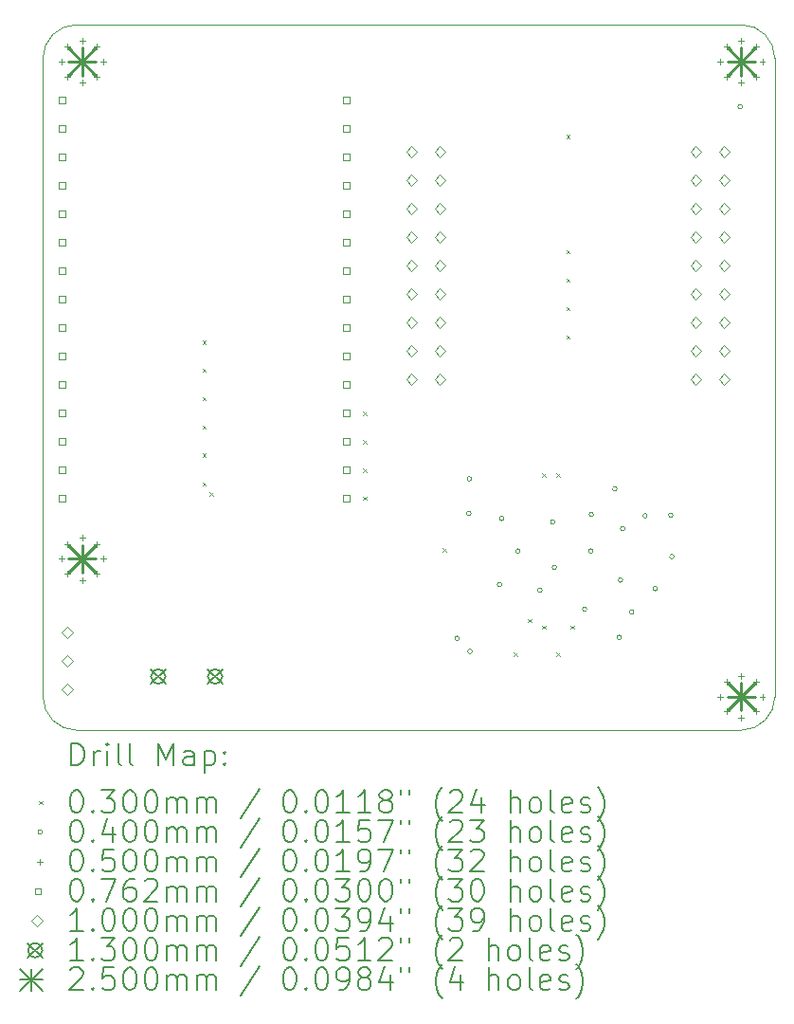
<source format=gbr>
%FSLAX45Y45*%
G04 Gerber Fmt 4.5, Leading zero omitted, Abs format (unit mm)*
G04 Created by KiCad (PCBNEW (6.0.2)) date 2022-09-28 01:38:57*
%MOMM*%
%LPD*%
G01*
G04 APERTURE LIST*
%TA.AperFunction,Profile*%
%ADD10C,0.100000*%
%TD*%
%ADD11C,0.200000*%
%ADD12C,0.030000*%
%ADD13C,0.040000*%
%ADD14C,0.050000*%
%ADD15C,0.076200*%
%ADD16C,0.100000*%
%ADD17C,0.130000*%
%ADD18C,0.250000*%
G04 APERTURE END LIST*
D10*
X9700000Y-9600000D02*
G75*
G03*
X10000000Y-9900000I300000J0D01*
G01*
X10000000Y-3600000D02*
X15940000Y-3600000D01*
X9700000Y-9600000D02*
X9700000Y-3900000D01*
X15940000Y-9900000D02*
G75*
G03*
X16240000Y-9600000I0J300000D01*
G01*
X16240000Y-3900000D02*
G75*
G03*
X15940000Y-3600000I-300000J0D01*
G01*
X16240000Y-3900000D02*
X16240000Y-9600000D01*
X15940000Y-9900000D02*
X10000000Y-9900000D01*
X10000000Y-3600000D02*
G75*
G03*
X9700000Y-3900000I0J-300000D01*
G01*
D11*
D12*
X11125000Y-6420000D02*
X11155000Y-6450000D01*
X11155000Y-6420000D02*
X11125000Y-6450000D01*
X11125000Y-6670000D02*
X11155000Y-6700000D01*
X11155000Y-6670000D02*
X11125000Y-6700000D01*
X11125000Y-6925000D02*
X11155000Y-6955000D01*
X11155000Y-6925000D02*
X11125000Y-6955000D01*
X11125000Y-7180000D02*
X11155000Y-7210000D01*
X11155000Y-7180000D02*
X11125000Y-7210000D01*
X11125000Y-7430000D02*
X11155000Y-7460000D01*
X11155000Y-7430000D02*
X11125000Y-7460000D01*
X11125000Y-7685000D02*
X11155000Y-7715000D01*
X11155000Y-7685000D02*
X11125000Y-7715000D01*
X11189951Y-7775049D02*
X11219951Y-7805049D01*
X11219951Y-7775049D02*
X11189951Y-7805049D01*
X12560000Y-7055000D02*
X12590000Y-7085000D01*
X12590000Y-7055000D02*
X12560000Y-7085000D01*
X12560000Y-7310000D02*
X12590000Y-7340000D01*
X12590000Y-7310000D02*
X12560000Y-7340000D01*
X12560000Y-7565000D02*
X12590000Y-7595000D01*
X12590000Y-7565000D02*
X12560000Y-7595000D01*
X12560000Y-7815000D02*
X12590000Y-7845000D01*
X12590000Y-7815000D02*
X12560000Y-7845000D01*
X13270000Y-8275000D02*
X13300000Y-8305000D01*
X13300000Y-8275000D02*
X13270000Y-8305000D01*
X13909000Y-9205000D02*
X13939000Y-9235000D01*
X13939000Y-9205000D02*
X13909000Y-9235000D01*
X14036000Y-8905000D02*
X14066000Y-8935000D01*
X14066000Y-8905000D02*
X14036000Y-8935000D01*
X14163000Y-7605000D02*
X14193000Y-7635000D01*
X14193000Y-7605000D02*
X14163000Y-7635000D01*
X14163000Y-8965000D02*
X14193000Y-8995000D01*
X14193000Y-8965000D02*
X14163000Y-8995000D01*
X14290000Y-7605000D02*
X14320000Y-7635000D01*
X14320000Y-7605000D02*
X14290000Y-7635000D01*
X14290000Y-9205000D02*
X14320000Y-9235000D01*
X14320000Y-9205000D02*
X14290000Y-9235000D01*
X14376000Y-4585000D02*
X14406000Y-4615000D01*
X14406000Y-4585000D02*
X14376000Y-4615000D01*
X14376000Y-5612500D02*
X14406000Y-5642500D01*
X14406000Y-5612500D02*
X14376000Y-5642500D01*
X14376000Y-5865000D02*
X14406000Y-5895000D01*
X14406000Y-5865000D02*
X14376000Y-5895000D01*
X14376000Y-6120000D02*
X14406000Y-6150000D01*
X14406000Y-6120000D02*
X14376000Y-6150000D01*
X14376000Y-6375000D02*
X14406000Y-6405000D01*
X14406000Y-6375000D02*
X14376000Y-6405000D01*
X14417000Y-8965000D02*
X14447000Y-8995000D01*
X14447000Y-8965000D02*
X14417000Y-8995000D01*
D13*
X13420000Y-9080000D02*
G75*
G03*
X13420000Y-9080000I-20000J0D01*
G01*
X13525000Y-7965000D02*
G75*
G03*
X13525000Y-7965000I-20000J0D01*
G01*
X13530000Y-7655000D02*
G75*
G03*
X13530000Y-7655000I-20000J0D01*
G01*
X13535000Y-9195000D02*
G75*
G03*
X13535000Y-9195000I-20000J0D01*
G01*
X13800000Y-8600000D02*
G75*
G03*
X13800000Y-8600000I-20000J0D01*
G01*
X13820000Y-8010000D02*
G75*
G03*
X13820000Y-8010000I-20000J0D01*
G01*
X13965000Y-8300000D02*
G75*
G03*
X13965000Y-8300000I-20000J0D01*
G01*
X14160000Y-8650000D02*
G75*
G03*
X14160000Y-8650000I-20000J0D01*
G01*
X14275000Y-8040000D02*
G75*
G03*
X14275000Y-8040000I-20000J0D01*
G01*
X14290000Y-8445000D02*
G75*
G03*
X14290000Y-8445000I-20000J0D01*
G01*
X14560000Y-8820000D02*
G75*
G03*
X14560000Y-8820000I-20000J0D01*
G01*
X14615000Y-8300000D02*
G75*
G03*
X14615000Y-8300000I-20000J0D01*
G01*
X14620000Y-7975000D02*
G75*
G03*
X14620000Y-7975000I-20000J0D01*
G01*
X14830000Y-7745000D02*
G75*
G03*
X14830000Y-7745000I-20000J0D01*
G01*
X14870000Y-9070000D02*
G75*
G03*
X14870000Y-9070000I-20000J0D01*
G01*
X14880000Y-8560000D02*
G75*
G03*
X14880000Y-8560000I-20000J0D01*
G01*
X14900000Y-8100000D02*
G75*
G03*
X14900000Y-8100000I-20000J0D01*
G01*
X14980000Y-8845000D02*
G75*
G03*
X14980000Y-8845000I-20000J0D01*
G01*
X15100000Y-7985000D02*
G75*
G03*
X15100000Y-7985000I-20000J0D01*
G01*
X15190000Y-8635000D02*
G75*
G03*
X15190000Y-8635000I-20000J0D01*
G01*
X15330000Y-7980000D02*
G75*
G03*
X15330000Y-7980000I-20000J0D01*
G01*
X15340000Y-8350000D02*
G75*
G03*
X15340000Y-8350000I-20000J0D01*
G01*
X15950000Y-4330000D02*
G75*
G03*
X15950000Y-4330000I-20000J0D01*
G01*
D14*
X9862500Y-3905000D02*
X9862500Y-3955000D01*
X9837500Y-3930000D02*
X9887500Y-3930000D01*
X9862500Y-8345000D02*
X9862500Y-8395000D01*
X9837500Y-8370000D02*
X9887500Y-8370000D01*
X9917418Y-3772417D02*
X9917418Y-3822417D01*
X9892418Y-3797417D02*
X9942418Y-3797417D01*
X9917418Y-4037582D02*
X9917418Y-4087582D01*
X9892418Y-4062582D02*
X9942418Y-4062582D01*
X9917418Y-8212417D02*
X9917418Y-8262417D01*
X9892418Y-8237417D02*
X9942418Y-8237417D01*
X9917418Y-8477583D02*
X9917418Y-8527583D01*
X9892418Y-8502583D02*
X9942418Y-8502583D01*
X10050000Y-3717500D02*
X10050000Y-3767500D01*
X10025000Y-3742500D02*
X10075000Y-3742500D01*
X10050000Y-4092500D02*
X10050000Y-4142500D01*
X10025000Y-4117500D02*
X10075000Y-4117500D01*
X10050000Y-8157500D02*
X10050000Y-8207500D01*
X10025000Y-8182500D02*
X10075000Y-8182500D01*
X10050000Y-8532500D02*
X10050000Y-8582500D01*
X10025000Y-8557500D02*
X10075000Y-8557500D01*
X10182583Y-3772417D02*
X10182583Y-3822417D01*
X10157583Y-3797417D02*
X10207583Y-3797417D01*
X10182583Y-4037582D02*
X10182583Y-4087582D01*
X10157583Y-4062582D02*
X10207583Y-4062582D01*
X10182583Y-8212417D02*
X10182583Y-8262417D01*
X10157583Y-8237417D02*
X10207583Y-8237417D01*
X10182583Y-8477583D02*
X10182583Y-8527583D01*
X10157583Y-8502583D02*
X10207583Y-8502583D01*
X10237500Y-3905000D02*
X10237500Y-3955000D01*
X10212500Y-3930000D02*
X10262500Y-3930000D01*
X10237500Y-8345000D02*
X10237500Y-8395000D01*
X10212500Y-8370000D02*
X10262500Y-8370000D01*
X15752500Y-3905000D02*
X15752500Y-3955000D01*
X15727500Y-3930000D02*
X15777500Y-3930000D01*
X15752500Y-9575000D02*
X15752500Y-9625000D01*
X15727500Y-9600000D02*
X15777500Y-9600000D01*
X15807417Y-3772417D02*
X15807417Y-3822417D01*
X15782417Y-3797417D02*
X15832417Y-3797417D01*
X15807417Y-4037582D02*
X15807417Y-4087582D01*
X15782417Y-4062582D02*
X15832417Y-4062582D01*
X15807417Y-9442418D02*
X15807417Y-9492418D01*
X15782417Y-9467418D02*
X15832417Y-9467418D01*
X15807417Y-9707583D02*
X15807417Y-9757583D01*
X15782417Y-9732583D02*
X15832417Y-9732583D01*
X15940000Y-3717500D02*
X15940000Y-3767500D01*
X15915000Y-3742500D02*
X15965000Y-3742500D01*
X15940000Y-4092500D02*
X15940000Y-4142500D01*
X15915000Y-4117500D02*
X15965000Y-4117500D01*
X15940000Y-9387500D02*
X15940000Y-9437500D01*
X15915000Y-9412500D02*
X15965000Y-9412500D01*
X15940000Y-9762500D02*
X15940000Y-9812500D01*
X15915000Y-9787500D02*
X15965000Y-9787500D01*
X16072582Y-3772417D02*
X16072582Y-3822417D01*
X16047582Y-3797417D02*
X16097582Y-3797417D01*
X16072582Y-4037582D02*
X16072582Y-4087582D01*
X16047582Y-4062582D02*
X16097582Y-4062582D01*
X16072582Y-9442418D02*
X16072582Y-9492418D01*
X16047582Y-9467418D02*
X16097582Y-9467418D01*
X16072582Y-9707583D02*
X16072582Y-9757583D01*
X16047582Y-9732583D02*
X16097582Y-9732583D01*
X16127500Y-3905000D02*
X16127500Y-3955000D01*
X16102500Y-3930000D02*
X16152500Y-3930000D01*
X16127500Y-9575000D02*
X16127500Y-9625000D01*
X16102500Y-9600000D02*
X16152500Y-9600000D01*
D15*
X9896941Y-4300941D02*
X9896941Y-4247059D01*
X9843059Y-4247059D01*
X9843059Y-4300941D01*
X9896941Y-4300941D01*
X9896941Y-4554941D02*
X9896941Y-4501059D01*
X9843059Y-4501059D01*
X9843059Y-4554941D01*
X9896941Y-4554941D01*
X9896941Y-4808941D02*
X9896941Y-4755059D01*
X9843059Y-4755059D01*
X9843059Y-4808941D01*
X9896941Y-4808941D01*
X9896941Y-5062941D02*
X9896941Y-5009059D01*
X9843059Y-5009059D01*
X9843059Y-5062941D01*
X9896941Y-5062941D01*
X9896941Y-5316941D02*
X9896941Y-5263059D01*
X9843059Y-5263059D01*
X9843059Y-5316941D01*
X9896941Y-5316941D01*
X9896941Y-5570941D02*
X9896941Y-5517059D01*
X9843059Y-5517059D01*
X9843059Y-5570941D01*
X9896941Y-5570941D01*
X9896941Y-5824941D02*
X9896941Y-5771059D01*
X9843059Y-5771059D01*
X9843059Y-5824941D01*
X9896941Y-5824941D01*
X9896941Y-6078941D02*
X9896941Y-6025059D01*
X9843059Y-6025059D01*
X9843059Y-6078941D01*
X9896941Y-6078941D01*
X9896941Y-6332941D02*
X9896941Y-6279059D01*
X9843059Y-6279059D01*
X9843059Y-6332941D01*
X9896941Y-6332941D01*
X9896941Y-6586941D02*
X9896941Y-6533059D01*
X9843059Y-6533059D01*
X9843059Y-6586941D01*
X9896941Y-6586941D01*
X9896941Y-6840941D02*
X9896941Y-6787059D01*
X9843059Y-6787059D01*
X9843059Y-6840941D01*
X9896941Y-6840941D01*
X9896941Y-7094941D02*
X9896941Y-7041059D01*
X9843059Y-7041059D01*
X9843059Y-7094941D01*
X9896941Y-7094941D01*
X9896941Y-7348941D02*
X9896941Y-7295059D01*
X9843059Y-7295059D01*
X9843059Y-7348941D01*
X9896941Y-7348941D01*
X9896941Y-7602941D02*
X9896941Y-7549059D01*
X9843059Y-7549059D01*
X9843059Y-7602941D01*
X9896941Y-7602941D01*
X9896941Y-7856941D02*
X9896941Y-7803059D01*
X9843059Y-7803059D01*
X9843059Y-7856941D01*
X9896941Y-7856941D01*
X12436941Y-4300941D02*
X12436941Y-4247059D01*
X12383059Y-4247059D01*
X12383059Y-4300941D01*
X12436941Y-4300941D01*
X12436941Y-4554941D02*
X12436941Y-4501059D01*
X12383059Y-4501059D01*
X12383059Y-4554941D01*
X12436941Y-4554941D01*
X12436941Y-4808941D02*
X12436941Y-4755059D01*
X12383059Y-4755059D01*
X12383059Y-4808941D01*
X12436941Y-4808941D01*
X12436941Y-5062941D02*
X12436941Y-5009059D01*
X12383059Y-5009059D01*
X12383059Y-5062941D01*
X12436941Y-5062941D01*
X12436941Y-5316941D02*
X12436941Y-5263059D01*
X12383059Y-5263059D01*
X12383059Y-5316941D01*
X12436941Y-5316941D01*
X12436941Y-5570941D02*
X12436941Y-5517059D01*
X12383059Y-5517059D01*
X12383059Y-5570941D01*
X12436941Y-5570941D01*
X12436941Y-5824941D02*
X12436941Y-5771059D01*
X12383059Y-5771059D01*
X12383059Y-5824941D01*
X12436941Y-5824941D01*
X12436941Y-6078941D02*
X12436941Y-6025059D01*
X12383059Y-6025059D01*
X12383059Y-6078941D01*
X12436941Y-6078941D01*
X12436941Y-6332941D02*
X12436941Y-6279059D01*
X12383059Y-6279059D01*
X12383059Y-6332941D01*
X12436941Y-6332941D01*
X12436941Y-6586941D02*
X12436941Y-6533059D01*
X12383059Y-6533059D01*
X12383059Y-6586941D01*
X12436941Y-6586941D01*
X12436941Y-6840941D02*
X12436941Y-6787059D01*
X12383059Y-6787059D01*
X12383059Y-6840941D01*
X12436941Y-6840941D01*
X12436941Y-7094941D02*
X12436941Y-7041059D01*
X12383059Y-7041059D01*
X12383059Y-7094941D01*
X12436941Y-7094941D01*
X12436941Y-7348941D02*
X12436941Y-7295059D01*
X12383059Y-7295059D01*
X12383059Y-7348941D01*
X12436941Y-7348941D01*
X12436941Y-7602941D02*
X12436941Y-7549059D01*
X12383059Y-7549059D01*
X12383059Y-7602941D01*
X12436941Y-7602941D01*
X12436941Y-7856941D02*
X12436941Y-7803059D01*
X12383059Y-7803059D01*
X12383059Y-7856941D01*
X12436941Y-7856941D01*
D16*
X9915000Y-9080000D02*
X9965000Y-9030000D01*
X9915000Y-8980000D01*
X9865000Y-9030000D01*
X9915000Y-9080000D01*
X9915000Y-9334000D02*
X9965000Y-9284000D01*
X9915000Y-9234000D01*
X9865000Y-9284000D01*
X9915000Y-9334000D01*
X9915000Y-9588000D02*
X9965000Y-9538000D01*
X9915000Y-9488000D01*
X9865000Y-9538000D01*
X9915000Y-9588000D01*
X12994000Y-4787500D02*
X13044000Y-4737500D01*
X12994000Y-4687500D01*
X12944000Y-4737500D01*
X12994000Y-4787500D01*
X12994000Y-5041500D02*
X13044000Y-4991500D01*
X12994000Y-4941500D01*
X12944000Y-4991500D01*
X12994000Y-5041500D01*
X12994000Y-5295500D02*
X13044000Y-5245500D01*
X12994000Y-5195500D01*
X12944000Y-5245500D01*
X12994000Y-5295500D01*
X12994000Y-5549500D02*
X13044000Y-5499500D01*
X12994000Y-5449500D01*
X12944000Y-5499500D01*
X12994000Y-5549500D01*
X12994000Y-5803500D02*
X13044000Y-5753500D01*
X12994000Y-5703500D01*
X12944000Y-5753500D01*
X12994000Y-5803500D01*
X12994000Y-6057500D02*
X13044000Y-6007500D01*
X12994000Y-5957500D01*
X12944000Y-6007500D01*
X12994000Y-6057500D01*
X12994000Y-6311500D02*
X13044000Y-6261500D01*
X12994000Y-6211500D01*
X12944000Y-6261500D01*
X12994000Y-6311500D01*
X12994000Y-6565500D02*
X13044000Y-6515500D01*
X12994000Y-6465500D01*
X12944000Y-6515500D01*
X12994000Y-6565500D01*
X12994000Y-6819500D02*
X13044000Y-6769500D01*
X12994000Y-6719500D01*
X12944000Y-6769500D01*
X12994000Y-6819500D01*
X13248000Y-4787500D02*
X13298000Y-4737500D01*
X13248000Y-4687500D01*
X13198000Y-4737500D01*
X13248000Y-4787500D01*
X13248000Y-5041500D02*
X13298000Y-4991500D01*
X13248000Y-4941500D01*
X13198000Y-4991500D01*
X13248000Y-5041500D01*
X13248000Y-5295500D02*
X13298000Y-5245500D01*
X13248000Y-5195500D01*
X13198000Y-5245500D01*
X13248000Y-5295500D01*
X13248000Y-5549500D02*
X13298000Y-5499500D01*
X13248000Y-5449500D01*
X13198000Y-5499500D01*
X13248000Y-5549500D01*
X13248000Y-5803500D02*
X13298000Y-5753500D01*
X13248000Y-5703500D01*
X13198000Y-5753500D01*
X13248000Y-5803500D01*
X13248000Y-6057500D02*
X13298000Y-6007500D01*
X13248000Y-5957500D01*
X13198000Y-6007500D01*
X13248000Y-6057500D01*
X13248000Y-6311500D02*
X13298000Y-6261500D01*
X13248000Y-6211500D01*
X13198000Y-6261500D01*
X13248000Y-6311500D01*
X13248000Y-6565500D02*
X13298000Y-6515500D01*
X13248000Y-6465500D01*
X13198000Y-6515500D01*
X13248000Y-6565500D01*
X13248000Y-6819500D02*
X13298000Y-6769500D01*
X13248000Y-6719500D01*
X13198000Y-6769500D01*
X13248000Y-6819500D01*
X15534000Y-4787500D02*
X15584000Y-4737500D01*
X15534000Y-4687500D01*
X15484000Y-4737500D01*
X15534000Y-4787500D01*
X15534000Y-5041500D02*
X15584000Y-4991500D01*
X15534000Y-4941500D01*
X15484000Y-4991500D01*
X15534000Y-5041500D01*
X15534000Y-5295500D02*
X15584000Y-5245500D01*
X15534000Y-5195500D01*
X15484000Y-5245500D01*
X15534000Y-5295500D01*
X15534000Y-5549500D02*
X15584000Y-5499500D01*
X15534000Y-5449500D01*
X15484000Y-5499500D01*
X15534000Y-5549500D01*
X15534000Y-5803500D02*
X15584000Y-5753500D01*
X15534000Y-5703500D01*
X15484000Y-5753500D01*
X15534000Y-5803500D01*
X15534000Y-6057500D02*
X15584000Y-6007500D01*
X15534000Y-5957500D01*
X15484000Y-6007500D01*
X15534000Y-6057500D01*
X15534000Y-6311500D02*
X15584000Y-6261500D01*
X15534000Y-6211500D01*
X15484000Y-6261500D01*
X15534000Y-6311500D01*
X15534000Y-6565500D02*
X15584000Y-6515500D01*
X15534000Y-6465500D01*
X15484000Y-6515500D01*
X15534000Y-6565500D01*
X15534000Y-6819500D02*
X15584000Y-6769500D01*
X15534000Y-6719500D01*
X15484000Y-6769500D01*
X15534000Y-6819500D01*
X15788000Y-4787500D02*
X15838000Y-4737500D01*
X15788000Y-4687500D01*
X15738000Y-4737500D01*
X15788000Y-4787500D01*
X15788000Y-5041500D02*
X15838000Y-4991500D01*
X15788000Y-4941500D01*
X15738000Y-4991500D01*
X15788000Y-5041500D01*
X15788000Y-5295500D02*
X15838000Y-5245500D01*
X15788000Y-5195500D01*
X15738000Y-5245500D01*
X15788000Y-5295500D01*
X15788000Y-5549500D02*
X15838000Y-5499500D01*
X15788000Y-5449500D01*
X15738000Y-5499500D01*
X15788000Y-5549500D01*
X15788000Y-5803500D02*
X15838000Y-5753500D01*
X15788000Y-5703500D01*
X15738000Y-5753500D01*
X15788000Y-5803500D01*
X15788000Y-6057500D02*
X15838000Y-6007500D01*
X15788000Y-5957500D01*
X15738000Y-6007500D01*
X15788000Y-6057500D01*
X15788000Y-6311500D02*
X15838000Y-6261500D01*
X15788000Y-6211500D01*
X15738000Y-6261500D01*
X15788000Y-6311500D01*
X15788000Y-6565500D02*
X15838000Y-6515500D01*
X15788000Y-6465500D01*
X15738000Y-6515500D01*
X15788000Y-6565500D01*
X15788000Y-6819500D02*
X15838000Y-6769500D01*
X15788000Y-6719500D01*
X15738000Y-6769500D01*
X15788000Y-6819500D01*
D17*
X10665000Y-9355500D02*
X10795000Y-9485500D01*
X10795000Y-9355500D02*
X10665000Y-9485500D01*
X10795000Y-9420500D02*
G75*
G03*
X10795000Y-9420500I-65000J0D01*
G01*
X11173000Y-9355500D02*
X11303000Y-9485500D01*
X11303000Y-9355500D02*
X11173000Y-9485500D01*
X11303000Y-9420500D02*
G75*
G03*
X11303000Y-9420500I-65000J0D01*
G01*
D18*
X9925000Y-3805000D02*
X10175000Y-4055000D01*
X10175000Y-3805000D02*
X9925000Y-4055000D01*
X10050000Y-3805000D02*
X10050000Y-4055000D01*
X9925000Y-3930000D02*
X10175000Y-3930000D01*
X9925000Y-8245000D02*
X10175000Y-8495000D01*
X10175000Y-8245000D02*
X9925000Y-8495000D01*
X10050000Y-8245000D02*
X10050000Y-8495000D01*
X9925000Y-8370000D02*
X10175000Y-8370000D01*
X15815000Y-3805000D02*
X16065000Y-4055000D01*
X16065000Y-3805000D02*
X15815000Y-4055000D01*
X15940000Y-3805000D02*
X15940000Y-4055000D01*
X15815000Y-3930000D02*
X16065000Y-3930000D01*
X15815000Y-9475000D02*
X16065000Y-9725000D01*
X16065000Y-9475000D02*
X15815000Y-9725000D01*
X15940000Y-9475000D02*
X15940000Y-9725000D01*
X15815000Y-9600000D02*
X16065000Y-9600000D01*
D11*
X9952619Y-10215476D02*
X9952619Y-10015476D01*
X10000238Y-10015476D01*
X10028810Y-10025000D01*
X10047857Y-10044048D01*
X10057381Y-10063095D01*
X10066905Y-10101190D01*
X10066905Y-10129762D01*
X10057381Y-10167857D01*
X10047857Y-10186905D01*
X10028810Y-10205952D01*
X10000238Y-10215476D01*
X9952619Y-10215476D01*
X10152619Y-10215476D02*
X10152619Y-10082143D01*
X10152619Y-10120238D02*
X10162143Y-10101190D01*
X10171667Y-10091667D01*
X10190714Y-10082143D01*
X10209762Y-10082143D01*
X10276429Y-10215476D02*
X10276429Y-10082143D01*
X10276429Y-10015476D02*
X10266905Y-10025000D01*
X10276429Y-10034524D01*
X10285952Y-10025000D01*
X10276429Y-10015476D01*
X10276429Y-10034524D01*
X10400238Y-10215476D02*
X10381190Y-10205952D01*
X10371667Y-10186905D01*
X10371667Y-10015476D01*
X10505000Y-10215476D02*
X10485952Y-10205952D01*
X10476429Y-10186905D01*
X10476429Y-10015476D01*
X10733571Y-10215476D02*
X10733571Y-10015476D01*
X10800238Y-10158333D01*
X10866905Y-10015476D01*
X10866905Y-10215476D01*
X11047857Y-10215476D02*
X11047857Y-10110714D01*
X11038333Y-10091667D01*
X11019286Y-10082143D01*
X10981190Y-10082143D01*
X10962143Y-10091667D01*
X11047857Y-10205952D02*
X11028810Y-10215476D01*
X10981190Y-10215476D01*
X10962143Y-10205952D01*
X10952619Y-10186905D01*
X10952619Y-10167857D01*
X10962143Y-10148810D01*
X10981190Y-10139286D01*
X11028810Y-10139286D01*
X11047857Y-10129762D01*
X11143095Y-10082143D02*
X11143095Y-10282143D01*
X11143095Y-10091667D02*
X11162143Y-10082143D01*
X11200238Y-10082143D01*
X11219286Y-10091667D01*
X11228809Y-10101190D01*
X11238333Y-10120238D01*
X11238333Y-10177381D01*
X11228809Y-10196429D01*
X11219286Y-10205952D01*
X11200238Y-10215476D01*
X11162143Y-10215476D01*
X11143095Y-10205952D01*
X11324048Y-10196429D02*
X11333571Y-10205952D01*
X11324048Y-10215476D01*
X11314524Y-10205952D01*
X11324048Y-10196429D01*
X11324048Y-10215476D01*
X11324048Y-10091667D02*
X11333571Y-10101190D01*
X11324048Y-10110714D01*
X11314524Y-10101190D01*
X11324048Y-10091667D01*
X11324048Y-10110714D01*
D12*
X9665000Y-10530000D02*
X9695000Y-10560000D01*
X9695000Y-10530000D02*
X9665000Y-10560000D01*
D11*
X9990714Y-10435476D02*
X10009762Y-10435476D01*
X10028810Y-10445000D01*
X10038333Y-10454524D01*
X10047857Y-10473571D01*
X10057381Y-10511667D01*
X10057381Y-10559286D01*
X10047857Y-10597381D01*
X10038333Y-10616429D01*
X10028810Y-10625952D01*
X10009762Y-10635476D01*
X9990714Y-10635476D01*
X9971667Y-10625952D01*
X9962143Y-10616429D01*
X9952619Y-10597381D01*
X9943095Y-10559286D01*
X9943095Y-10511667D01*
X9952619Y-10473571D01*
X9962143Y-10454524D01*
X9971667Y-10445000D01*
X9990714Y-10435476D01*
X10143095Y-10616429D02*
X10152619Y-10625952D01*
X10143095Y-10635476D01*
X10133571Y-10625952D01*
X10143095Y-10616429D01*
X10143095Y-10635476D01*
X10219286Y-10435476D02*
X10343095Y-10435476D01*
X10276429Y-10511667D01*
X10305000Y-10511667D01*
X10324048Y-10521190D01*
X10333571Y-10530714D01*
X10343095Y-10549762D01*
X10343095Y-10597381D01*
X10333571Y-10616429D01*
X10324048Y-10625952D01*
X10305000Y-10635476D01*
X10247857Y-10635476D01*
X10228810Y-10625952D01*
X10219286Y-10616429D01*
X10466905Y-10435476D02*
X10485952Y-10435476D01*
X10505000Y-10445000D01*
X10514524Y-10454524D01*
X10524048Y-10473571D01*
X10533571Y-10511667D01*
X10533571Y-10559286D01*
X10524048Y-10597381D01*
X10514524Y-10616429D01*
X10505000Y-10625952D01*
X10485952Y-10635476D01*
X10466905Y-10635476D01*
X10447857Y-10625952D01*
X10438333Y-10616429D01*
X10428810Y-10597381D01*
X10419286Y-10559286D01*
X10419286Y-10511667D01*
X10428810Y-10473571D01*
X10438333Y-10454524D01*
X10447857Y-10445000D01*
X10466905Y-10435476D01*
X10657381Y-10435476D02*
X10676429Y-10435476D01*
X10695476Y-10445000D01*
X10705000Y-10454524D01*
X10714524Y-10473571D01*
X10724048Y-10511667D01*
X10724048Y-10559286D01*
X10714524Y-10597381D01*
X10705000Y-10616429D01*
X10695476Y-10625952D01*
X10676429Y-10635476D01*
X10657381Y-10635476D01*
X10638333Y-10625952D01*
X10628810Y-10616429D01*
X10619286Y-10597381D01*
X10609762Y-10559286D01*
X10609762Y-10511667D01*
X10619286Y-10473571D01*
X10628810Y-10454524D01*
X10638333Y-10445000D01*
X10657381Y-10435476D01*
X10809762Y-10635476D02*
X10809762Y-10502143D01*
X10809762Y-10521190D02*
X10819286Y-10511667D01*
X10838333Y-10502143D01*
X10866905Y-10502143D01*
X10885952Y-10511667D01*
X10895476Y-10530714D01*
X10895476Y-10635476D01*
X10895476Y-10530714D02*
X10905000Y-10511667D01*
X10924048Y-10502143D01*
X10952619Y-10502143D01*
X10971667Y-10511667D01*
X10981190Y-10530714D01*
X10981190Y-10635476D01*
X11076429Y-10635476D02*
X11076429Y-10502143D01*
X11076429Y-10521190D02*
X11085952Y-10511667D01*
X11105000Y-10502143D01*
X11133571Y-10502143D01*
X11152619Y-10511667D01*
X11162143Y-10530714D01*
X11162143Y-10635476D01*
X11162143Y-10530714D02*
X11171667Y-10511667D01*
X11190714Y-10502143D01*
X11219286Y-10502143D01*
X11238333Y-10511667D01*
X11247857Y-10530714D01*
X11247857Y-10635476D01*
X11638333Y-10425952D02*
X11466905Y-10683095D01*
X11895476Y-10435476D02*
X11914524Y-10435476D01*
X11933571Y-10445000D01*
X11943095Y-10454524D01*
X11952619Y-10473571D01*
X11962143Y-10511667D01*
X11962143Y-10559286D01*
X11952619Y-10597381D01*
X11943095Y-10616429D01*
X11933571Y-10625952D01*
X11914524Y-10635476D01*
X11895476Y-10635476D01*
X11876428Y-10625952D01*
X11866905Y-10616429D01*
X11857381Y-10597381D01*
X11847857Y-10559286D01*
X11847857Y-10511667D01*
X11857381Y-10473571D01*
X11866905Y-10454524D01*
X11876428Y-10445000D01*
X11895476Y-10435476D01*
X12047857Y-10616429D02*
X12057381Y-10625952D01*
X12047857Y-10635476D01*
X12038333Y-10625952D01*
X12047857Y-10616429D01*
X12047857Y-10635476D01*
X12181190Y-10435476D02*
X12200238Y-10435476D01*
X12219286Y-10445000D01*
X12228809Y-10454524D01*
X12238333Y-10473571D01*
X12247857Y-10511667D01*
X12247857Y-10559286D01*
X12238333Y-10597381D01*
X12228809Y-10616429D01*
X12219286Y-10625952D01*
X12200238Y-10635476D01*
X12181190Y-10635476D01*
X12162143Y-10625952D01*
X12152619Y-10616429D01*
X12143095Y-10597381D01*
X12133571Y-10559286D01*
X12133571Y-10511667D01*
X12143095Y-10473571D01*
X12152619Y-10454524D01*
X12162143Y-10445000D01*
X12181190Y-10435476D01*
X12438333Y-10635476D02*
X12324048Y-10635476D01*
X12381190Y-10635476D02*
X12381190Y-10435476D01*
X12362143Y-10464048D01*
X12343095Y-10483095D01*
X12324048Y-10492619D01*
X12628809Y-10635476D02*
X12514524Y-10635476D01*
X12571667Y-10635476D02*
X12571667Y-10435476D01*
X12552619Y-10464048D01*
X12533571Y-10483095D01*
X12514524Y-10492619D01*
X12743095Y-10521190D02*
X12724048Y-10511667D01*
X12714524Y-10502143D01*
X12705000Y-10483095D01*
X12705000Y-10473571D01*
X12714524Y-10454524D01*
X12724048Y-10445000D01*
X12743095Y-10435476D01*
X12781190Y-10435476D01*
X12800238Y-10445000D01*
X12809762Y-10454524D01*
X12819286Y-10473571D01*
X12819286Y-10483095D01*
X12809762Y-10502143D01*
X12800238Y-10511667D01*
X12781190Y-10521190D01*
X12743095Y-10521190D01*
X12724048Y-10530714D01*
X12714524Y-10540238D01*
X12705000Y-10559286D01*
X12705000Y-10597381D01*
X12714524Y-10616429D01*
X12724048Y-10625952D01*
X12743095Y-10635476D01*
X12781190Y-10635476D01*
X12800238Y-10625952D01*
X12809762Y-10616429D01*
X12819286Y-10597381D01*
X12819286Y-10559286D01*
X12809762Y-10540238D01*
X12800238Y-10530714D01*
X12781190Y-10521190D01*
X12895476Y-10435476D02*
X12895476Y-10473571D01*
X12971667Y-10435476D02*
X12971667Y-10473571D01*
X13266905Y-10711667D02*
X13257381Y-10702143D01*
X13238333Y-10673571D01*
X13228809Y-10654524D01*
X13219286Y-10625952D01*
X13209762Y-10578333D01*
X13209762Y-10540238D01*
X13219286Y-10492619D01*
X13228809Y-10464048D01*
X13238333Y-10445000D01*
X13257381Y-10416429D01*
X13266905Y-10406905D01*
X13333571Y-10454524D02*
X13343095Y-10445000D01*
X13362143Y-10435476D01*
X13409762Y-10435476D01*
X13428809Y-10445000D01*
X13438333Y-10454524D01*
X13447857Y-10473571D01*
X13447857Y-10492619D01*
X13438333Y-10521190D01*
X13324048Y-10635476D01*
X13447857Y-10635476D01*
X13619286Y-10502143D02*
X13619286Y-10635476D01*
X13571667Y-10425952D02*
X13524048Y-10568810D01*
X13647857Y-10568810D01*
X13876428Y-10635476D02*
X13876428Y-10435476D01*
X13962143Y-10635476D02*
X13962143Y-10530714D01*
X13952619Y-10511667D01*
X13933571Y-10502143D01*
X13905000Y-10502143D01*
X13885952Y-10511667D01*
X13876428Y-10521190D01*
X14085952Y-10635476D02*
X14066905Y-10625952D01*
X14057381Y-10616429D01*
X14047857Y-10597381D01*
X14047857Y-10540238D01*
X14057381Y-10521190D01*
X14066905Y-10511667D01*
X14085952Y-10502143D01*
X14114524Y-10502143D01*
X14133571Y-10511667D01*
X14143095Y-10521190D01*
X14152619Y-10540238D01*
X14152619Y-10597381D01*
X14143095Y-10616429D01*
X14133571Y-10625952D01*
X14114524Y-10635476D01*
X14085952Y-10635476D01*
X14266905Y-10635476D02*
X14247857Y-10625952D01*
X14238333Y-10606905D01*
X14238333Y-10435476D01*
X14419286Y-10625952D02*
X14400238Y-10635476D01*
X14362143Y-10635476D01*
X14343095Y-10625952D01*
X14333571Y-10606905D01*
X14333571Y-10530714D01*
X14343095Y-10511667D01*
X14362143Y-10502143D01*
X14400238Y-10502143D01*
X14419286Y-10511667D01*
X14428809Y-10530714D01*
X14428809Y-10549762D01*
X14333571Y-10568810D01*
X14505000Y-10625952D02*
X14524048Y-10635476D01*
X14562143Y-10635476D01*
X14581190Y-10625952D01*
X14590714Y-10606905D01*
X14590714Y-10597381D01*
X14581190Y-10578333D01*
X14562143Y-10568810D01*
X14533571Y-10568810D01*
X14514524Y-10559286D01*
X14505000Y-10540238D01*
X14505000Y-10530714D01*
X14514524Y-10511667D01*
X14533571Y-10502143D01*
X14562143Y-10502143D01*
X14581190Y-10511667D01*
X14657381Y-10711667D02*
X14666905Y-10702143D01*
X14685952Y-10673571D01*
X14695476Y-10654524D01*
X14705000Y-10625952D01*
X14714524Y-10578333D01*
X14714524Y-10540238D01*
X14705000Y-10492619D01*
X14695476Y-10464048D01*
X14685952Y-10445000D01*
X14666905Y-10416429D01*
X14657381Y-10406905D01*
D13*
X9695000Y-10809000D02*
G75*
G03*
X9695000Y-10809000I-20000J0D01*
G01*
D11*
X9990714Y-10699476D02*
X10009762Y-10699476D01*
X10028810Y-10709000D01*
X10038333Y-10718524D01*
X10047857Y-10737571D01*
X10057381Y-10775667D01*
X10057381Y-10823286D01*
X10047857Y-10861381D01*
X10038333Y-10880429D01*
X10028810Y-10889952D01*
X10009762Y-10899476D01*
X9990714Y-10899476D01*
X9971667Y-10889952D01*
X9962143Y-10880429D01*
X9952619Y-10861381D01*
X9943095Y-10823286D01*
X9943095Y-10775667D01*
X9952619Y-10737571D01*
X9962143Y-10718524D01*
X9971667Y-10709000D01*
X9990714Y-10699476D01*
X10143095Y-10880429D02*
X10152619Y-10889952D01*
X10143095Y-10899476D01*
X10133571Y-10889952D01*
X10143095Y-10880429D01*
X10143095Y-10899476D01*
X10324048Y-10766143D02*
X10324048Y-10899476D01*
X10276429Y-10689952D02*
X10228810Y-10832810D01*
X10352619Y-10832810D01*
X10466905Y-10699476D02*
X10485952Y-10699476D01*
X10505000Y-10709000D01*
X10514524Y-10718524D01*
X10524048Y-10737571D01*
X10533571Y-10775667D01*
X10533571Y-10823286D01*
X10524048Y-10861381D01*
X10514524Y-10880429D01*
X10505000Y-10889952D01*
X10485952Y-10899476D01*
X10466905Y-10899476D01*
X10447857Y-10889952D01*
X10438333Y-10880429D01*
X10428810Y-10861381D01*
X10419286Y-10823286D01*
X10419286Y-10775667D01*
X10428810Y-10737571D01*
X10438333Y-10718524D01*
X10447857Y-10709000D01*
X10466905Y-10699476D01*
X10657381Y-10699476D02*
X10676429Y-10699476D01*
X10695476Y-10709000D01*
X10705000Y-10718524D01*
X10714524Y-10737571D01*
X10724048Y-10775667D01*
X10724048Y-10823286D01*
X10714524Y-10861381D01*
X10705000Y-10880429D01*
X10695476Y-10889952D01*
X10676429Y-10899476D01*
X10657381Y-10899476D01*
X10638333Y-10889952D01*
X10628810Y-10880429D01*
X10619286Y-10861381D01*
X10609762Y-10823286D01*
X10609762Y-10775667D01*
X10619286Y-10737571D01*
X10628810Y-10718524D01*
X10638333Y-10709000D01*
X10657381Y-10699476D01*
X10809762Y-10899476D02*
X10809762Y-10766143D01*
X10809762Y-10785190D02*
X10819286Y-10775667D01*
X10838333Y-10766143D01*
X10866905Y-10766143D01*
X10885952Y-10775667D01*
X10895476Y-10794714D01*
X10895476Y-10899476D01*
X10895476Y-10794714D02*
X10905000Y-10775667D01*
X10924048Y-10766143D01*
X10952619Y-10766143D01*
X10971667Y-10775667D01*
X10981190Y-10794714D01*
X10981190Y-10899476D01*
X11076429Y-10899476D02*
X11076429Y-10766143D01*
X11076429Y-10785190D02*
X11085952Y-10775667D01*
X11105000Y-10766143D01*
X11133571Y-10766143D01*
X11152619Y-10775667D01*
X11162143Y-10794714D01*
X11162143Y-10899476D01*
X11162143Y-10794714D02*
X11171667Y-10775667D01*
X11190714Y-10766143D01*
X11219286Y-10766143D01*
X11238333Y-10775667D01*
X11247857Y-10794714D01*
X11247857Y-10899476D01*
X11638333Y-10689952D02*
X11466905Y-10947095D01*
X11895476Y-10699476D02*
X11914524Y-10699476D01*
X11933571Y-10709000D01*
X11943095Y-10718524D01*
X11952619Y-10737571D01*
X11962143Y-10775667D01*
X11962143Y-10823286D01*
X11952619Y-10861381D01*
X11943095Y-10880429D01*
X11933571Y-10889952D01*
X11914524Y-10899476D01*
X11895476Y-10899476D01*
X11876428Y-10889952D01*
X11866905Y-10880429D01*
X11857381Y-10861381D01*
X11847857Y-10823286D01*
X11847857Y-10775667D01*
X11857381Y-10737571D01*
X11866905Y-10718524D01*
X11876428Y-10709000D01*
X11895476Y-10699476D01*
X12047857Y-10880429D02*
X12057381Y-10889952D01*
X12047857Y-10899476D01*
X12038333Y-10889952D01*
X12047857Y-10880429D01*
X12047857Y-10899476D01*
X12181190Y-10699476D02*
X12200238Y-10699476D01*
X12219286Y-10709000D01*
X12228809Y-10718524D01*
X12238333Y-10737571D01*
X12247857Y-10775667D01*
X12247857Y-10823286D01*
X12238333Y-10861381D01*
X12228809Y-10880429D01*
X12219286Y-10889952D01*
X12200238Y-10899476D01*
X12181190Y-10899476D01*
X12162143Y-10889952D01*
X12152619Y-10880429D01*
X12143095Y-10861381D01*
X12133571Y-10823286D01*
X12133571Y-10775667D01*
X12143095Y-10737571D01*
X12152619Y-10718524D01*
X12162143Y-10709000D01*
X12181190Y-10699476D01*
X12438333Y-10899476D02*
X12324048Y-10899476D01*
X12381190Y-10899476D02*
X12381190Y-10699476D01*
X12362143Y-10728048D01*
X12343095Y-10747095D01*
X12324048Y-10756619D01*
X12619286Y-10699476D02*
X12524048Y-10699476D01*
X12514524Y-10794714D01*
X12524048Y-10785190D01*
X12543095Y-10775667D01*
X12590714Y-10775667D01*
X12609762Y-10785190D01*
X12619286Y-10794714D01*
X12628809Y-10813762D01*
X12628809Y-10861381D01*
X12619286Y-10880429D01*
X12609762Y-10889952D01*
X12590714Y-10899476D01*
X12543095Y-10899476D01*
X12524048Y-10889952D01*
X12514524Y-10880429D01*
X12695476Y-10699476D02*
X12828809Y-10699476D01*
X12743095Y-10899476D01*
X12895476Y-10699476D02*
X12895476Y-10737571D01*
X12971667Y-10699476D02*
X12971667Y-10737571D01*
X13266905Y-10975667D02*
X13257381Y-10966143D01*
X13238333Y-10937571D01*
X13228809Y-10918524D01*
X13219286Y-10889952D01*
X13209762Y-10842333D01*
X13209762Y-10804238D01*
X13219286Y-10756619D01*
X13228809Y-10728048D01*
X13238333Y-10709000D01*
X13257381Y-10680429D01*
X13266905Y-10670905D01*
X13333571Y-10718524D02*
X13343095Y-10709000D01*
X13362143Y-10699476D01*
X13409762Y-10699476D01*
X13428809Y-10709000D01*
X13438333Y-10718524D01*
X13447857Y-10737571D01*
X13447857Y-10756619D01*
X13438333Y-10785190D01*
X13324048Y-10899476D01*
X13447857Y-10899476D01*
X13514524Y-10699476D02*
X13638333Y-10699476D01*
X13571667Y-10775667D01*
X13600238Y-10775667D01*
X13619286Y-10785190D01*
X13628809Y-10794714D01*
X13638333Y-10813762D01*
X13638333Y-10861381D01*
X13628809Y-10880429D01*
X13619286Y-10889952D01*
X13600238Y-10899476D01*
X13543095Y-10899476D01*
X13524048Y-10889952D01*
X13514524Y-10880429D01*
X13876428Y-10899476D02*
X13876428Y-10699476D01*
X13962143Y-10899476D02*
X13962143Y-10794714D01*
X13952619Y-10775667D01*
X13933571Y-10766143D01*
X13905000Y-10766143D01*
X13885952Y-10775667D01*
X13876428Y-10785190D01*
X14085952Y-10899476D02*
X14066905Y-10889952D01*
X14057381Y-10880429D01*
X14047857Y-10861381D01*
X14047857Y-10804238D01*
X14057381Y-10785190D01*
X14066905Y-10775667D01*
X14085952Y-10766143D01*
X14114524Y-10766143D01*
X14133571Y-10775667D01*
X14143095Y-10785190D01*
X14152619Y-10804238D01*
X14152619Y-10861381D01*
X14143095Y-10880429D01*
X14133571Y-10889952D01*
X14114524Y-10899476D01*
X14085952Y-10899476D01*
X14266905Y-10899476D02*
X14247857Y-10889952D01*
X14238333Y-10870905D01*
X14238333Y-10699476D01*
X14419286Y-10889952D02*
X14400238Y-10899476D01*
X14362143Y-10899476D01*
X14343095Y-10889952D01*
X14333571Y-10870905D01*
X14333571Y-10794714D01*
X14343095Y-10775667D01*
X14362143Y-10766143D01*
X14400238Y-10766143D01*
X14419286Y-10775667D01*
X14428809Y-10794714D01*
X14428809Y-10813762D01*
X14333571Y-10832810D01*
X14505000Y-10889952D02*
X14524048Y-10899476D01*
X14562143Y-10899476D01*
X14581190Y-10889952D01*
X14590714Y-10870905D01*
X14590714Y-10861381D01*
X14581190Y-10842333D01*
X14562143Y-10832810D01*
X14533571Y-10832810D01*
X14514524Y-10823286D01*
X14505000Y-10804238D01*
X14505000Y-10794714D01*
X14514524Y-10775667D01*
X14533571Y-10766143D01*
X14562143Y-10766143D01*
X14581190Y-10775667D01*
X14657381Y-10975667D02*
X14666905Y-10966143D01*
X14685952Y-10937571D01*
X14695476Y-10918524D01*
X14705000Y-10889952D01*
X14714524Y-10842333D01*
X14714524Y-10804238D01*
X14705000Y-10756619D01*
X14695476Y-10728048D01*
X14685952Y-10709000D01*
X14666905Y-10680429D01*
X14657381Y-10670905D01*
D14*
X9670000Y-11048000D02*
X9670000Y-11098000D01*
X9645000Y-11073000D02*
X9695000Y-11073000D01*
D11*
X9990714Y-10963476D02*
X10009762Y-10963476D01*
X10028810Y-10973000D01*
X10038333Y-10982524D01*
X10047857Y-11001571D01*
X10057381Y-11039667D01*
X10057381Y-11087286D01*
X10047857Y-11125381D01*
X10038333Y-11144429D01*
X10028810Y-11153952D01*
X10009762Y-11163476D01*
X9990714Y-11163476D01*
X9971667Y-11153952D01*
X9962143Y-11144429D01*
X9952619Y-11125381D01*
X9943095Y-11087286D01*
X9943095Y-11039667D01*
X9952619Y-11001571D01*
X9962143Y-10982524D01*
X9971667Y-10973000D01*
X9990714Y-10963476D01*
X10143095Y-11144429D02*
X10152619Y-11153952D01*
X10143095Y-11163476D01*
X10133571Y-11153952D01*
X10143095Y-11144429D01*
X10143095Y-11163476D01*
X10333571Y-10963476D02*
X10238333Y-10963476D01*
X10228810Y-11058714D01*
X10238333Y-11049190D01*
X10257381Y-11039667D01*
X10305000Y-11039667D01*
X10324048Y-11049190D01*
X10333571Y-11058714D01*
X10343095Y-11077762D01*
X10343095Y-11125381D01*
X10333571Y-11144429D01*
X10324048Y-11153952D01*
X10305000Y-11163476D01*
X10257381Y-11163476D01*
X10238333Y-11153952D01*
X10228810Y-11144429D01*
X10466905Y-10963476D02*
X10485952Y-10963476D01*
X10505000Y-10973000D01*
X10514524Y-10982524D01*
X10524048Y-11001571D01*
X10533571Y-11039667D01*
X10533571Y-11087286D01*
X10524048Y-11125381D01*
X10514524Y-11144429D01*
X10505000Y-11153952D01*
X10485952Y-11163476D01*
X10466905Y-11163476D01*
X10447857Y-11153952D01*
X10438333Y-11144429D01*
X10428810Y-11125381D01*
X10419286Y-11087286D01*
X10419286Y-11039667D01*
X10428810Y-11001571D01*
X10438333Y-10982524D01*
X10447857Y-10973000D01*
X10466905Y-10963476D01*
X10657381Y-10963476D02*
X10676429Y-10963476D01*
X10695476Y-10973000D01*
X10705000Y-10982524D01*
X10714524Y-11001571D01*
X10724048Y-11039667D01*
X10724048Y-11087286D01*
X10714524Y-11125381D01*
X10705000Y-11144429D01*
X10695476Y-11153952D01*
X10676429Y-11163476D01*
X10657381Y-11163476D01*
X10638333Y-11153952D01*
X10628810Y-11144429D01*
X10619286Y-11125381D01*
X10609762Y-11087286D01*
X10609762Y-11039667D01*
X10619286Y-11001571D01*
X10628810Y-10982524D01*
X10638333Y-10973000D01*
X10657381Y-10963476D01*
X10809762Y-11163476D02*
X10809762Y-11030143D01*
X10809762Y-11049190D02*
X10819286Y-11039667D01*
X10838333Y-11030143D01*
X10866905Y-11030143D01*
X10885952Y-11039667D01*
X10895476Y-11058714D01*
X10895476Y-11163476D01*
X10895476Y-11058714D02*
X10905000Y-11039667D01*
X10924048Y-11030143D01*
X10952619Y-11030143D01*
X10971667Y-11039667D01*
X10981190Y-11058714D01*
X10981190Y-11163476D01*
X11076429Y-11163476D02*
X11076429Y-11030143D01*
X11076429Y-11049190D02*
X11085952Y-11039667D01*
X11105000Y-11030143D01*
X11133571Y-11030143D01*
X11152619Y-11039667D01*
X11162143Y-11058714D01*
X11162143Y-11163476D01*
X11162143Y-11058714D02*
X11171667Y-11039667D01*
X11190714Y-11030143D01*
X11219286Y-11030143D01*
X11238333Y-11039667D01*
X11247857Y-11058714D01*
X11247857Y-11163476D01*
X11638333Y-10953952D02*
X11466905Y-11211095D01*
X11895476Y-10963476D02*
X11914524Y-10963476D01*
X11933571Y-10973000D01*
X11943095Y-10982524D01*
X11952619Y-11001571D01*
X11962143Y-11039667D01*
X11962143Y-11087286D01*
X11952619Y-11125381D01*
X11943095Y-11144429D01*
X11933571Y-11153952D01*
X11914524Y-11163476D01*
X11895476Y-11163476D01*
X11876428Y-11153952D01*
X11866905Y-11144429D01*
X11857381Y-11125381D01*
X11847857Y-11087286D01*
X11847857Y-11039667D01*
X11857381Y-11001571D01*
X11866905Y-10982524D01*
X11876428Y-10973000D01*
X11895476Y-10963476D01*
X12047857Y-11144429D02*
X12057381Y-11153952D01*
X12047857Y-11163476D01*
X12038333Y-11153952D01*
X12047857Y-11144429D01*
X12047857Y-11163476D01*
X12181190Y-10963476D02*
X12200238Y-10963476D01*
X12219286Y-10973000D01*
X12228809Y-10982524D01*
X12238333Y-11001571D01*
X12247857Y-11039667D01*
X12247857Y-11087286D01*
X12238333Y-11125381D01*
X12228809Y-11144429D01*
X12219286Y-11153952D01*
X12200238Y-11163476D01*
X12181190Y-11163476D01*
X12162143Y-11153952D01*
X12152619Y-11144429D01*
X12143095Y-11125381D01*
X12133571Y-11087286D01*
X12133571Y-11039667D01*
X12143095Y-11001571D01*
X12152619Y-10982524D01*
X12162143Y-10973000D01*
X12181190Y-10963476D01*
X12438333Y-11163476D02*
X12324048Y-11163476D01*
X12381190Y-11163476D02*
X12381190Y-10963476D01*
X12362143Y-10992048D01*
X12343095Y-11011095D01*
X12324048Y-11020619D01*
X12533571Y-11163476D02*
X12571667Y-11163476D01*
X12590714Y-11153952D01*
X12600238Y-11144429D01*
X12619286Y-11115857D01*
X12628809Y-11077762D01*
X12628809Y-11001571D01*
X12619286Y-10982524D01*
X12609762Y-10973000D01*
X12590714Y-10963476D01*
X12552619Y-10963476D01*
X12533571Y-10973000D01*
X12524048Y-10982524D01*
X12514524Y-11001571D01*
X12514524Y-11049190D01*
X12524048Y-11068238D01*
X12533571Y-11077762D01*
X12552619Y-11087286D01*
X12590714Y-11087286D01*
X12609762Y-11077762D01*
X12619286Y-11068238D01*
X12628809Y-11049190D01*
X12695476Y-10963476D02*
X12828809Y-10963476D01*
X12743095Y-11163476D01*
X12895476Y-10963476D02*
X12895476Y-11001571D01*
X12971667Y-10963476D02*
X12971667Y-11001571D01*
X13266905Y-11239667D02*
X13257381Y-11230143D01*
X13238333Y-11201571D01*
X13228809Y-11182524D01*
X13219286Y-11153952D01*
X13209762Y-11106333D01*
X13209762Y-11068238D01*
X13219286Y-11020619D01*
X13228809Y-10992048D01*
X13238333Y-10973000D01*
X13257381Y-10944429D01*
X13266905Y-10934905D01*
X13324048Y-10963476D02*
X13447857Y-10963476D01*
X13381190Y-11039667D01*
X13409762Y-11039667D01*
X13428809Y-11049190D01*
X13438333Y-11058714D01*
X13447857Y-11077762D01*
X13447857Y-11125381D01*
X13438333Y-11144429D01*
X13428809Y-11153952D01*
X13409762Y-11163476D01*
X13352619Y-11163476D01*
X13333571Y-11153952D01*
X13324048Y-11144429D01*
X13524048Y-10982524D02*
X13533571Y-10973000D01*
X13552619Y-10963476D01*
X13600238Y-10963476D01*
X13619286Y-10973000D01*
X13628809Y-10982524D01*
X13638333Y-11001571D01*
X13638333Y-11020619D01*
X13628809Y-11049190D01*
X13514524Y-11163476D01*
X13638333Y-11163476D01*
X13876428Y-11163476D02*
X13876428Y-10963476D01*
X13962143Y-11163476D02*
X13962143Y-11058714D01*
X13952619Y-11039667D01*
X13933571Y-11030143D01*
X13905000Y-11030143D01*
X13885952Y-11039667D01*
X13876428Y-11049190D01*
X14085952Y-11163476D02*
X14066905Y-11153952D01*
X14057381Y-11144429D01*
X14047857Y-11125381D01*
X14047857Y-11068238D01*
X14057381Y-11049190D01*
X14066905Y-11039667D01*
X14085952Y-11030143D01*
X14114524Y-11030143D01*
X14133571Y-11039667D01*
X14143095Y-11049190D01*
X14152619Y-11068238D01*
X14152619Y-11125381D01*
X14143095Y-11144429D01*
X14133571Y-11153952D01*
X14114524Y-11163476D01*
X14085952Y-11163476D01*
X14266905Y-11163476D02*
X14247857Y-11153952D01*
X14238333Y-11134905D01*
X14238333Y-10963476D01*
X14419286Y-11153952D02*
X14400238Y-11163476D01*
X14362143Y-11163476D01*
X14343095Y-11153952D01*
X14333571Y-11134905D01*
X14333571Y-11058714D01*
X14343095Y-11039667D01*
X14362143Y-11030143D01*
X14400238Y-11030143D01*
X14419286Y-11039667D01*
X14428809Y-11058714D01*
X14428809Y-11077762D01*
X14333571Y-11096810D01*
X14505000Y-11153952D02*
X14524048Y-11163476D01*
X14562143Y-11163476D01*
X14581190Y-11153952D01*
X14590714Y-11134905D01*
X14590714Y-11125381D01*
X14581190Y-11106333D01*
X14562143Y-11096810D01*
X14533571Y-11096810D01*
X14514524Y-11087286D01*
X14505000Y-11068238D01*
X14505000Y-11058714D01*
X14514524Y-11039667D01*
X14533571Y-11030143D01*
X14562143Y-11030143D01*
X14581190Y-11039667D01*
X14657381Y-11239667D02*
X14666905Y-11230143D01*
X14685952Y-11201571D01*
X14695476Y-11182524D01*
X14705000Y-11153952D01*
X14714524Y-11106333D01*
X14714524Y-11068238D01*
X14705000Y-11020619D01*
X14695476Y-10992048D01*
X14685952Y-10973000D01*
X14666905Y-10944429D01*
X14657381Y-10934905D01*
D15*
X9683841Y-11363941D02*
X9683841Y-11310059D01*
X9629959Y-11310059D01*
X9629959Y-11363941D01*
X9683841Y-11363941D01*
D11*
X9990714Y-11227476D02*
X10009762Y-11227476D01*
X10028810Y-11237000D01*
X10038333Y-11246524D01*
X10047857Y-11265571D01*
X10057381Y-11303667D01*
X10057381Y-11351286D01*
X10047857Y-11389381D01*
X10038333Y-11408428D01*
X10028810Y-11417952D01*
X10009762Y-11427476D01*
X9990714Y-11427476D01*
X9971667Y-11417952D01*
X9962143Y-11408428D01*
X9952619Y-11389381D01*
X9943095Y-11351286D01*
X9943095Y-11303667D01*
X9952619Y-11265571D01*
X9962143Y-11246524D01*
X9971667Y-11237000D01*
X9990714Y-11227476D01*
X10143095Y-11408428D02*
X10152619Y-11417952D01*
X10143095Y-11427476D01*
X10133571Y-11417952D01*
X10143095Y-11408428D01*
X10143095Y-11427476D01*
X10219286Y-11227476D02*
X10352619Y-11227476D01*
X10266905Y-11427476D01*
X10514524Y-11227476D02*
X10476429Y-11227476D01*
X10457381Y-11237000D01*
X10447857Y-11246524D01*
X10428810Y-11275095D01*
X10419286Y-11313190D01*
X10419286Y-11389381D01*
X10428810Y-11408428D01*
X10438333Y-11417952D01*
X10457381Y-11427476D01*
X10495476Y-11427476D01*
X10514524Y-11417952D01*
X10524048Y-11408428D01*
X10533571Y-11389381D01*
X10533571Y-11341762D01*
X10524048Y-11322714D01*
X10514524Y-11313190D01*
X10495476Y-11303667D01*
X10457381Y-11303667D01*
X10438333Y-11313190D01*
X10428810Y-11322714D01*
X10419286Y-11341762D01*
X10609762Y-11246524D02*
X10619286Y-11237000D01*
X10638333Y-11227476D01*
X10685952Y-11227476D01*
X10705000Y-11237000D01*
X10714524Y-11246524D01*
X10724048Y-11265571D01*
X10724048Y-11284619D01*
X10714524Y-11313190D01*
X10600238Y-11427476D01*
X10724048Y-11427476D01*
X10809762Y-11427476D02*
X10809762Y-11294143D01*
X10809762Y-11313190D02*
X10819286Y-11303667D01*
X10838333Y-11294143D01*
X10866905Y-11294143D01*
X10885952Y-11303667D01*
X10895476Y-11322714D01*
X10895476Y-11427476D01*
X10895476Y-11322714D02*
X10905000Y-11303667D01*
X10924048Y-11294143D01*
X10952619Y-11294143D01*
X10971667Y-11303667D01*
X10981190Y-11322714D01*
X10981190Y-11427476D01*
X11076429Y-11427476D02*
X11076429Y-11294143D01*
X11076429Y-11313190D02*
X11085952Y-11303667D01*
X11105000Y-11294143D01*
X11133571Y-11294143D01*
X11152619Y-11303667D01*
X11162143Y-11322714D01*
X11162143Y-11427476D01*
X11162143Y-11322714D02*
X11171667Y-11303667D01*
X11190714Y-11294143D01*
X11219286Y-11294143D01*
X11238333Y-11303667D01*
X11247857Y-11322714D01*
X11247857Y-11427476D01*
X11638333Y-11217952D02*
X11466905Y-11475095D01*
X11895476Y-11227476D02*
X11914524Y-11227476D01*
X11933571Y-11237000D01*
X11943095Y-11246524D01*
X11952619Y-11265571D01*
X11962143Y-11303667D01*
X11962143Y-11351286D01*
X11952619Y-11389381D01*
X11943095Y-11408428D01*
X11933571Y-11417952D01*
X11914524Y-11427476D01*
X11895476Y-11427476D01*
X11876428Y-11417952D01*
X11866905Y-11408428D01*
X11857381Y-11389381D01*
X11847857Y-11351286D01*
X11847857Y-11303667D01*
X11857381Y-11265571D01*
X11866905Y-11246524D01*
X11876428Y-11237000D01*
X11895476Y-11227476D01*
X12047857Y-11408428D02*
X12057381Y-11417952D01*
X12047857Y-11427476D01*
X12038333Y-11417952D01*
X12047857Y-11408428D01*
X12047857Y-11427476D01*
X12181190Y-11227476D02*
X12200238Y-11227476D01*
X12219286Y-11237000D01*
X12228809Y-11246524D01*
X12238333Y-11265571D01*
X12247857Y-11303667D01*
X12247857Y-11351286D01*
X12238333Y-11389381D01*
X12228809Y-11408428D01*
X12219286Y-11417952D01*
X12200238Y-11427476D01*
X12181190Y-11427476D01*
X12162143Y-11417952D01*
X12152619Y-11408428D01*
X12143095Y-11389381D01*
X12133571Y-11351286D01*
X12133571Y-11303667D01*
X12143095Y-11265571D01*
X12152619Y-11246524D01*
X12162143Y-11237000D01*
X12181190Y-11227476D01*
X12314524Y-11227476D02*
X12438333Y-11227476D01*
X12371667Y-11303667D01*
X12400238Y-11303667D01*
X12419286Y-11313190D01*
X12428809Y-11322714D01*
X12438333Y-11341762D01*
X12438333Y-11389381D01*
X12428809Y-11408428D01*
X12419286Y-11417952D01*
X12400238Y-11427476D01*
X12343095Y-11427476D01*
X12324048Y-11417952D01*
X12314524Y-11408428D01*
X12562143Y-11227476D02*
X12581190Y-11227476D01*
X12600238Y-11237000D01*
X12609762Y-11246524D01*
X12619286Y-11265571D01*
X12628809Y-11303667D01*
X12628809Y-11351286D01*
X12619286Y-11389381D01*
X12609762Y-11408428D01*
X12600238Y-11417952D01*
X12581190Y-11427476D01*
X12562143Y-11427476D01*
X12543095Y-11417952D01*
X12533571Y-11408428D01*
X12524048Y-11389381D01*
X12514524Y-11351286D01*
X12514524Y-11303667D01*
X12524048Y-11265571D01*
X12533571Y-11246524D01*
X12543095Y-11237000D01*
X12562143Y-11227476D01*
X12752619Y-11227476D02*
X12771667Y-11227476D01*
X12790714Y-11237000D01*
X12800238Y-11246524D01*
X12809762Y-11265571D01*
X12819286Y-11303667D01*
X12819286Y-11351286D01*
X12809762Y-11389381D01*
X12800238Y-11408428D01*
X12790714Y-11417952D01*
X12771667Y-11427476D01*
X12752619Y-11427476D01*
X12733571Y-11417952D01*
X12724048Y-11408428D01*
X12714524Y-11389381D01*
X12705000Y-11351286D01*
X12705000Y-11303667D01*
X12714524Y-11265571D01*
X12724048Y-11246524D01*
X12733571Y-11237000D01*
X12752619Y-11227476D01*
X12895476Y-11227476D02*
X12895476Y-11265571D01*
X12971667Y-11227476D02*
X12971667Y-11265571D01*
X13266905Y-11503667D02*
X13257381Y-11494143D01*
X13238333Y-11465571D01*
X13228809Y-11446524D01*
X13219286Y-11417952D01*
X13209762Y-11370333D01*
X13209762Y-11332238D01*
X13219286Y-11284619D01*
X13228809Y-11256048D01*
X13238333Y-11237000D01*
X13257381Y-11208428D01*
X13266905Y-11198905D01*
X13324048Y-11227476D02*
X13447857Y-11227476D01*
X13381190Y-11303667D01*
X13409762Y-11303667D01*
X13428809Y-11313190D01*
X13438333Y-11322714D01*
X13447857Y-11341762D01*
X13447857Y-11389381D01*
X13438333Y-11408428D01*
X13428809Y-11417952D01*
X13409762Y-11427476D01*
X13352619Y-11427476D01*
X13333571Y-11417952D01*
X13324048Y-11408428D01*
X13571667Y-11227476D02*
X13590714Y-11227476D01*
X13609762Y-11237000D01*
X13619286Y-11246524D01*
X13628809Y-11265571D01*
X13638333Y-11303667D01*
X13638333Y-11351286D01*
X13628809Y-11389381D01*
X13619286Y-11408428D01*
X13609762Y-11417952D01*
X13590714Y-11427476D01*
X13571667Y-11427476D01*
X13552619Y-11417952D01*
X13543095Y-11408428D01*
X13533571Y-11389381D01*
X13524048Y-11351286D01*
X13524048Y-11303667D01*
X13533571Y-11265571D01*
X13543095Y-11246524D01*
X13552619Y-11237000D01*
X13571667Y-11227476D01*
X13876428Y-11427476D02*
X13876428Y-11227476D01*
X13962143Y-11427476D02*
X13962143Y-11322714D01*
X13952619Y-11303667D01*
X13933571Y-11294143D01*
X13905000Y-11294143D01*
X13885952Y-11303667D01*
X13876428Y-11313190D01*
X14085952Y-11427476D02*
X14066905Y-11417952D01*
X14057381Y-11408428D01*
X14047857Y-11389381D01*
X14047857Y-11332238D01*
X14057381Y-11313190D01*
X14066905Y-11303667D01*
X14085952Y-11294143D01*
X14114524Y-11294143D01*
X14133571Y-11303667D01*
X14143095Y-11313190D01*
X14152619Y-11332238D01*
X14152619Y-11389381D01*
X14143095Y-11408428D01*
X14133571Y-11417952D01*
X14114524Y-11427476D01*
X14085952Y-11427476D01*
X14266905Y-11427476D02*
X14247857Y-11417952D01*
X14238333Y-11398905D01*
X14238333Y-11227476D01*
X14419286Y-11417952D02*
X14400238Y-11427476D01*
X14362143Y-11427476D01*
X14343095Y-11417952D01*
X14333571Y-11398905D01*
X14333571Y-11322714D01*
X14343095Y-11303667D01*
X14362143Y-11294143D01*
X14400238Y-11294143D01*
X14419286Y-11303667D01*
X14428809Y-11322714D01*
X14428809Y-11341762D01*
X14333571Y-11360809D01*
X14505000Y-11417952D02*
X14524048Y-11427476D01*
X14562143Y-11427476D01*
X14581190Y-11417952D01*
X14590714Y-11398905D01*
X14590714Y-11389381D01*
X14581190Y-11370333D01*
X14562143Y-11360809D01*
X14533571Y-11360809D01*
X14514524Y-11351286D01*
X14505000Y-11332238D01*
X14505000Y-11322714D01*
X14514524Y-11303667D01*
X14533571Y-11294143D01*
X14562143Y-11294143D01*
X14581190Y-11303667D01*
X14657381Y-11503667D02*
X14666905Y-11494143D01*
X14685952Y-11465571D01*
X14695476Y-11446524D01*
X14705000Y-11417952D01*
X14714524Y-11370333D01*
X14714524Y-11332238D01*
X14705000Y-11284619D01*
X14695476Y-11256048D01*
X14685952Y-11237000D01*
X14666905Y-11208428D01*
X14657381Y-11198905D01*
D16*
X9645000Y-11651000D02*
X9695000Y-11601000D01*
X9645000Y-11551000D01*
X9595000Y-11601000D01*
X9645000Y-11651000D01*
D11*
X10057381Y-11691476D02*
X9943095Y-11691476D01*
X10000238Y-11691476D02*
X10000238Y-11491476D01*
X9981190Y-11520048D01*
X9962143Y-11539095D01*
X9943095Y-11548619D01*
X10143095Y-11672428D02*
X10152619Y-11681952D01*
X10143095Y-11691476D01*
X10133571Y-11681952D01*
X10143095Y-11672428D01*
X10143095Y-11691476D01*
X10276429Y-11491476D02*
X10295476Y-11491476D01*
X10314524Y-11501000D01*
X10324048Y-11510524D01*
X10333571Y-11529571D01*
X10343095Y-11567667D01*
X10343095Y-11615286D01*
X10333571Y-11653381D01*
X10324048Y-11672428D01*
X10314524Y-11681952D01*
X10295476Y-11691476D01*
X10276429Y-11691476D01*
X10257381Y-11681952D01*
X10247857Y-11672428D01*
X10238333Y-11653381D01*
X10228810Y-11615286D01*
X10228810Y-11567667D01*
X10238333Y-11529571D01*
X10247857Y-11510524D01*
X10257381Y-11501000D01*
X10276429Y-11491476D01*
X10466905Y-11491476D02*
X10485952Y-11491476D01*
X10505000Y-11501000D01*
X10514524Y-11510524D01*
X10524048Y-11529571D01*
X10533571Y-11567667D01*
X10533571Y-11615286D01*
X10524048Y-11653381D01*
X10514524Y-11672428D01*
X10505000Y-11681952D01*
X10485952Y-11691476D01*
X10466905Y-11691476D01*
X10447857Y-11681952D01*
X10438333Y-11672428D01*
X10428810Y-11653381D01*
X10419286Y-11615286D01*
X10419286Y-11567667D01*
X10428810Y-11529571D01*
X10438333Y-11510524D01*
X10447857Y-11501000D01*
X10466905Y-11491476D01*
X10657381Y-11491476D02*
X10676429Y-11491476D01*
X10695476Y-11501000D01*
X10705000Y-11510524D01*
X10714524Y-11529571D01*
X10724048Y-11567667D01*
X10724048Y-11615286D01*
X10714524Y-11653381D01*
X10705000Y-11672428D01*
X10695476Y-11681952D01*
X10676429Y-11691476D01*
X10657381Y-11691476D01*
X10638333Y-11681952D01*
X10628810Y-11672428D01*
X10619286Y-11653381D01*
X10609762Y-11615286D01*
X10609762Y-11567667D01*
X10619286Y-11529571D01*
X10628810Y-11510524D01*
X10638333Y-11501000D01*
X10657381Y-11491476D01*
X10809762Y-11691476D02*
X10809762Y-11558143D01*
X10809762Y-11577190D02*
X10819286Y-11567667D01*
X10838333Y-11558143D01*
X10866905Y-11558143D01*
X10885952Y-11567667D01*
X10895476Y-11586714D01*
X10895476Y-11691476D01*
X10895476Y-11586714D02*
X10905000Y-11567667D01*
X10924048Y-11558143D01*
X10952619Y-11558143D01*
X10971667Y-11567667D01*
X10981190Y-11586714D01*
X10981190Y-11691476D01*
X11076429Y-11691476D02*
X11076429Y-11558143D01*
X11076429Y-11577190D02*
X11085952Y-11567667D01*
X11105000Y-11558143D01*
X11133571Y-11558143D01*
X11152619Y-11567667D01*
X11162143Y-11586714D01*
X11162143Y-11691476D01*
X11162143Y-11586714D02*
X11171667Y-11567667D01*
X11190714Y-11558143D01*
X11219286Y-11558143D01*
X11238333Y-11567667D01*
X11247857Y-11586714D01*
X11247857Y-11691476D01*
X11638333Y-11481952D02*
X11466905Y-11739095D01*
X11895476Y-11491476D02*
X11914524Y-11491476D01*
X11933571Y-11501000D01*
X11943095Y-11510524D01*
X11952619Y-11529571D01*
X11962143Y-11567667D01*
X11962143Y-11615286D01*
X11952619Y-11653381D01*
X11943095Y-11672428D01*
X11933571Y-11681952D01*
X11914524Y-11691476D01*
X11895476Y-11691476D01*
X11876428Y-11681952D01*
X11866905Y-11672428D01*
X11857381Y-11653381D01*
X11847857Y-11615286D01*
X11847857Y-11567667D01*
X11857381Y-11529571D01*
X11866905Y-11510524D01*
X11876428Y-11501000D01*
X11895476Y-11491476D01*
X12047857Y-11672428D02*
X12057381Y-11681952D01*
X12047857Y-11691476D01*
X12038333Y-11681952D01*
X12047857Y-11672428D01*
X12047857Y-11691476D01*
X12181190Y-11491476D02*
X12200238Y-11491476D01*
X12219286Y-11501000D01*
X12228809Y-11510524D01*
X12238333Y-11529571D01*
X12247857Y-11567667D01*
X12247857Y-11615286D01*
X12238333Y-11653381D01*
X12228809Y-11672428D01*
X12219286Y-11681952D01*
X12200238Y-11691476D01*
X12181190Y-11691476D01*
X12162143Y-11681952D01*
X12152619Y-11672428D01*
X12143095Y-11653381D01*
X12133571Y-11615286D01*
X12133571Y-11567667D01*
X12143095Y-11529571D01*
X12152619Y-11510524D01*
X12162143Y-11501000D01*
X12181190Y-11491476D01*
X12314524Y-11491476D02*
X12438333Y-11491476D01*
X12371667Y-11567667D01*
X12400238Y-11567667D01*
X12419286Y-11577190D01*
X12428809Y-11586714D01*
X12438333Y-11605762D01*
X12438333Y-11653381D01*
X12428809Y-11672428D01*
X12419286Y-11681952D01*
X12400238Y-11691476D01*
X12343095Y-11691476D01*
X12324048Y-11681952D01*
X12314524Y-11672428D01*
X12533571Y-11691476D02*
X12571667Y-11691476D01*
X12590714Y-11681952D01*
X12600238Y-11672428D01*
X12619286Y-11643857D01*
X12628809Y-11605762D01*
X12628809Y-11529571D01*
X12619286Y-11510524D01*
X12609762Y-11501000D01*
X12590714Y-11491476D01*
X12552619Y-11491476D01*
X12533571Y-11501000D01*
X12524048Y-11510524D01*
X12514524Y-11529571D01*
X12514524Y-11577190D01*
X12524048Y-11596238D01*
X12533571Y-11605762D01*
X12552619Y-11615286D01*
X12590714Y-11615286D01*
X12609762Y-11605762D01*
X12619286Y-11596238D01*
X12628809Y-11577190D01*
X12800238Y-11558143D02*
X12800238Y-11691476D01*
X12752619Y-11481952D02*
X12705000Y-11624809D01*
X12828809Y-11624809D01*
X12895476Y-11491476D02*
X12895476Y-11529571D01*
X12971667Y-11491476D02*
X12971667Y-11529571D01*
X13266905Y-11767667D02*
X13257381Y-11758143D01*
X13238333Y-11729571D01*
X13228809Y-11710524D01*
X13219286Y-11681952D01*
X13209762Y-11634333D01*
X13209762Y-11596238D01*
X13219286Y-11548619D01*
X13228809Y-11520048D01*
X13238333Y-11501000D01*
X13257381Y-11472428D01*
X13266905Y-11462905D01*
X13324048Y-11491476D02*
X13447857Y-11491476D01*
X13381190Y-11567667D01*
X13409762Y-11567667D01*
X13428809Y-11577190D01*
X13438333Y-11586714D01*
X13447857Y-11605762D01*
X13447857Y-11653381D01*
X13438333Y-11672428D01*
X13428809Y-11681952D01*
X13409762Y-11691476D01*
X13352619Y-11691476D01*
X13333571Y-11681952D01*
X13324048Y-11672428D01*
X13543095Y-11691476D02*
X13581190Y-11691476D01*
X13600238Y-11681952D01*
X13609762Y-11672428D01*
X13628809Y-11643857D01*
X13638333Y-11605762D01*
X13638333Y-11529571D01*
X13628809Y-11510524D01*
X13619286Y-11501000D01*
X13600238Y-11491476D01*
X13562143Y-11491476D01*
X13543095Y-11501000D01*
X13533571Y-11510524D01*
X13524048Y-11529571D01*
X13524048Y-11577190D01*
X13533571Y-11596238D01*
X13543095Y-11605762D01*
X13562143Y-11615286D01*
X13600238Y-11615286D01*
X13619286Y-11605762D01*
X13628809Y-11596238D01*
X13638333Y-11577190D01*
X13876428Y-11691476D02*
X13876428Y-11491476D01*
X13962143Y-11691476D02*
X13962143Y-11586714D01*
X13952619Y-11567667D01*
X13933571Y-11558143D01*
X13905000Y-11558143D01*
X13885952Y-11567667D01*
X13876428Y-11577190D01*
X14085952Y-11691476D02*
X14066905Y-11681952D01*
X14057381Y-11672428D01*
X14047857Y-11653381D01*
X14047857Y-11596238D01*
X14057381Y-11577190D01*
X14066905Y-11567667D01*
X14085952Y-11558143D01*
X14114524Y-11558143D01*
X14133571Y-11567667D01*
X14143095Y-11577190D01*
X14152619Y-11596238D01*
X14152619Y-11653381D01*
X14143095Y-11672428D01*
X14133571Y-11681952D01*
X14114524Y-11691476D01*
X14085952Y-11691476D01*
X14266905Y-11691476D02*
X14247857Y-11681952D01*
X14238333Y-11662905D01*
X14238333Y-11491476D01*
X14419286Y-11681952D02*
X14400238Y-11691476D01*
X14362143Y-11691476D01*
X14343095Y-11681952D01*
X14333571Y-11662905D01*
X14333571Y-11586714D01*
X14343095Y-11567667D01*
X14362143Y-11558143D01*
X14400238Y-11558143D01*
X14419286Y-11567667D01*
X14428809Y-11586714D01*
X14428809Y-11605762D01*
X14333571Y-11624809D01*
X14505000Y-11681952D02*
X14524048Y-11691476D01*
X14562143Y-11691476D01*
X14581190Y-11681952D01*
X14590714Y-11662905D01*
X14590714Y-11653381D01*
X14581190Y-11634333D01*
X14562143Y-11624809D01*
X14533571Y-11624809D01*
X14514524Y-11615286D01*
X14505000Y-11596238D01*
X14505000Y-11586714D01*
X14514524Y-11567667D01*
X14533571Y-11558143D01*
X14562143Y-11558143D01*
X14581190Y-11567667D01*
X14657381Y-11767667D02*
X14666905Y-11758143D01*
X14685952Y-11729571D01*
X14695476Y-11710524D01*
X14705000Y-11681952D01*
X14714524Y-11634333D01*
X14714524Y-11596238D01*
X14705000Y-11548619D01*
X14695476Y-11520048D01*
X14685952Y-11501000D01*
X14666905Y-11472428D01*
X14657381Y-11462905D01*
D17*
X9565000Y-11800000D02*
X9695000Y-11930000D01*
X9695000Y-11800000D02*
X9565000Y-11930000D01*
X9695000Y-11865000D02*
G75*
G03*
X9695000Y-11865000I-65000J0D01*
G01*
D11*
X10057381Y-11955476D02*
X9943095Y-11955476D01*
X10000238Y-11955476D02*
X10000238Y-11755476D01*
X9981190Y-11784048D01*
X9962143Y-11803095D01*
X9943095Y-11812619D01*
X10143095Y-11936428D02*
X10152619Y-11945952D01*
X10143095Y-11955476D01*
X10133571Y-11945952D01*
X10143095Y-11936428D01*
X10143095Y-11955476D01*
X10219286Y-11755476D02*
X10343095Y-11755476D01*
X10276429Y-11831667D01*
X10305000Y-11831667D01*
X10324048Y-11841190D01*
X10333571Y-11850714D01*
X10343095Y-11869762D01*
X10343095Y-11917381D01*
X10333571Y-11936428D01*
X10324048Y-11945952D01*
X10305000Y-11955476D01*
X10247857Y-11955476D01*
X10228810Y-11945952D01*
X10219286Y-11936428D01*
X10466905Y-11755476D02*
X10485952Y-11755476D01*
X10505000Y-11765000D01*
X10514524Y-11774524D01*
X10524048Y-11793571D01*
X10533571Y-11831667D01*
X10533571Y-11879286D01*
X10524048Y-11917381D01*
X10514524Y-11936428D01*
X10505000Y-11945952D01*
X10485952Y-11955476D01*
X10466905Y-11955476D01*
X10447857Y-11945952D01*
X10438333Y-11936428D01*
X10428810Y-11917381D01*
X10419286Y-11879286D01*
X10419286Y-11831667D01*
X10428810Y-11793571D01*
X10438333Y-11774524D01*
X10447857Y-11765000D01*
X10466905Y-11755476D01*
X10657381Y-11755476D02*
X10676429Y-11755476D01*
X10695476Y-11765000D01*
X10705000Y-11774524D01*
X10714524Y-11793571D01*
X10724048Y-11831667D01*
X10724048Y-11879286D01*
X10714524Y-11917381D01*
X10705000Y-11936428D01*
X10695476Y-11945952D01*
X10676429Y-11955476D01*
X10657381Y-11955476D01*
X10638333Y-11945952D01*
X10628810Y-11936428D01*
X10619286Y-11917381D01*
X10609762Y-11879286D01*
X10609762Y-11831667D01*
X10619286Y-11793571D01*
X10628810Y-11774524D01*
X10638333Y-11765000D01*
X10657381Y-11755476D01*
X10809762Y-11955476D02*
X10809762Y-11822143D01*
X10809762Y-11841190D02*
X10819286Y-11831667D01*
X10838333Y-11822143D01*
X10866905Y-11822143D01*
X10885952Y-11831667D01*
X10895476Y-11850714D01*
X10895476Y-11955476D01*
X10895476Y-11850714D02*
X10905000Y-11831667D01*
X10924048Y-11822143D01*
X10952619Y-11822143D01*
X10971667Y-11831667D01*
X10981190Y-11850714D01*
X10981190Y-11955476D01*
X11076429Y-11955476D02*
X11076429Y-11822143D01*
X11076429Y-11841190D02*
X11085952Y-11831667D01*
X11105000Y-11822143D01*
X11133571Y-11822143D01*
X11152619Y-11831667D01*
X11162143Y-11850714D01*
X11162143Y-11955476D01*
X11162143Y-11850714D02*
X11171667Y-11831667D01*
X11190714Y-11822143D01*
X11219286Y-11822143D01*
X11238333Y-11831667D01*
X11247857Y-11850714D01*
X11247857Y-11955476D01*
X11638333Y-11745952D02*
X11466905Y-12003095D01*
X11895476Y-11755476D02*
X11914524Y-11755476D01*
X11933571Y-11765000D01*
X11943095Y-11774524D01*
X11952619Y-11793571D01*
X11962143Y-11831667D01*
X11962143Y-11879286D01*
X11952619Y-11917381D01*
X11943095Y-11936428D01*
X11933571Y-11945952D01*
X11914524Y-11955476D01*
X11895476Y-11955476D01*
X11876428Y-11945952D01*
X11866905Y-11936428D01*
X11857381Y-11917381D01*
X11847857Y-11879286D01*
X11847857Y-11831667D01*
X11857381Y-11793571D01*
X11866905Y-11774524D01*
X11876428Y-11765000D01*
X11895476Y-11755476D01*
X12047857Y-11936428D02*
X12057381Y-11945952D01*
X12047857Y-11955476D01*
X12038333Y-11945952D01*
X12047857Y-11936428D01*
X12047857Y-11955476D01*
X12181190Y-11755476D02*
X12200238Y-11755476D01*
X12219286Y-11765000D01*
X12228809Y-11774524D01*
X12238333Y-11793571D01*
X12247857Y-11831667D01*
X12247857Y-11879286D01*
X12238333Y-11917381D01*
X12228809Y-11936428D01*
X12219286Y-11945952D01*
X12200238Y-11955476D01*
X12181190Y-11955476D01*
X12162143Y-11945952D01*
X12152619Y-11936428D01*
X12143095Y-11917381D01*
X12133571Y-11879286D01*
X12133571Y-11831667D01*
X12143095Y-11793571D01*
X12152619Y-11774524D01*
X12162143Y-11765000D01*
X12181190Y-11755476D01*
X12428809Y-11755476D02*
X12333571Y-11755476D01*
X12324048Y-11850714D01*
X12333571Y-11841190D01*
X12352619Y-11831667D01*
X12400238Y-11831667D01*
X12419286Y-11841190D01*
X12428809Y-11850714D01*
X12438333Y-11869762D01*
X12438333Y-11917381D01*
X12428809Y-11936428D01*
X12419286Y-11945952D01*
X12400238Y-11955476D01*
X12352619Y-11955476D01*
X12333571Y-11945952D01*
X12324048Y-11936428D01*
X12628809Y-11955476D02*
X12514524Y-11955476D01*
X12571667Y-11955476D02*
X12571667Y-11755476D01*
X12552619Y-11784048D01*
X12533571Y-11803095D01*
X12514524Y-11812619D01*
X12705000Y-11774524D02*
X12714524Y-11765000D01*
X12733571Y-11755476D01*
X12781190Y-11755476D01*
X12800238Y-11765000D01*
X12809762Y-11774524D01*
X12819286Y-11793571D01*
X12819286Y-11812619D01*
X12809762Y-11841190D01*
X12695476Y-11955476D01*
X12819286Y-11955476D01*
X12895476Y-11755476D02*
X12895476Y-11793571D01*
X12971667Y-11755476D02*
X12971667Y-11793571D01*
X13266905Y-12031667D02*
X13257381Y-12022143D01*
X13238333Y-11993571D01*
X13228809Y-11974524D01*
X13219286Y-11945952D01*
X13209762Y-11898333D01*
X13209762Y-11860238D01*
X13219286Y-11812619D01*
X13228809Y-11784048D01*
X13238333Y-11765000D01*
X13257381Y-11736428D01*
X13266905Y-11726905D01*
X13333571Y-11774524D02*
X13343095Y-11765000D01*
X13362143Y-11755476D01*
X13409762Y-11755476D01*
X13428809Y-11765000D01*
X13438333Y-11774524D01*
X13447857Y-11793571D01*
X13447857Y-11812619D01*
X13438333Y-11841190D01*
X13324048Y-11955476D01*
X13447857Y-11955476D01*
X13685952Y-11955476D02*
X13685952Y-11755476D01*
X13771667Y-11955476D02*
X13771667Y-11850714D01*
X13762143Y-11831667D01*
X13743095Y-11822143D01*
X13714524Y-11822143D01*
X13695476Y-11831667D01*
X13685952Y-11841190D01*
X13895476Y-11955476D02*
X13876428Y-11945952D01*
X13866905Y-11936428D01*
X13857381Y-11917381D01*
X13857381Y-11860238D01*
X13866905Y-11841190D01*
X13876428Y-11831667D01*
X13895476Y-11822143D01*
X13924048Y-11822143D01*
X13943095Y-11831667D01*
X13952619Y-11841190D01*
X13962143Y-11860238D01*
X13962143Y-11917381D01*
X13952619Y-11936428D01*
X13943095Y-11945952D01*
X13924048Y-11955476D01*
X13895476Y-11955476D01*
X14076428Y-11955476D02*
X14057381Y-11945952D01*
X14047857Y-11926905D01*
X14047857Y-11755476D01*
X14228809Y-11945952D02*
X14209762Y-11955476D01*
X14171667Y-11955476D01*
X14152619Y-11945952D01*
X14143095Y-11926905D01*
X14143095Y-11850714D01*
X14152619Y-11831667D01*
X14171667Y-11822143D01*
X14209762Y-11822143D01*
X14228809Y-11831667D01*
X14238333Y-11850714D01*
X14238333Y-11869762D01*
X14143095Y-11888809D01*
X14314524Y-11945952D02*
X14333571Y-11955476D01*
X14371667Y-11955476D01*
X14390714Y-11945952D01*
X14400238Y-11926905D01*
X14400238Y-11917381D01*
X14390714Y-11898333D01*
X14371667Y-11888809D01*
X14343095Y-11888809D01*
X14324048Y-11879286D01*
X14314524Y-11860238D01*
X14314524Y-11850714D01*
X14324048Y-11831667D01*
X14343095Y-11822143D01*
X14371667Y-11822143D01*
X14390714Y-11831667D01*
X14466905Y-12031667D02*
X14476428Y-12022143D01*
X14495476Y-11993571D01*
X14505000Y-11974524D01*
X14514524Y-11945952D01*
X14524048Y-11898333D01*
X14524048Y-11860238D01*
X14514524Y-11812619D01*
X14505000Y-11784048D01*
X14495476Y-11765000D01*
X14476428Y-11736428D01*
X14466905Y-11726905D01*
X9495000Y-12029000D02*
X9695000Y-12229000D01*
X9695000Y-12029000D02*
X9495000Y-12229000D01*
X9595000Y-12029000D02*
X9595000Y-12229000D01*
X9495000Y-12129000D02*
X9695000Y-12129000D01*
X9943095Y-12038524D02*
X9952619Y-12029000D01*
X9971667Y-12019476D01*
X10019286Y-12019476D01*
X10038333Y-12029000D01*
X10047857Y-12038524D01*
X10057381Y-12057571D01*
X10057381Y-12076619D01*
X10047857Y-12105190D01*
X9933571Y-12219476D01*
X10057381Y-12219476D01*
X10143095Y-12200428D02*
X10152619Y-12209952D01*
X10143095Y-12219476D01*
X10133571Y-12209952D01*
X10143095Y-12200428D01*
X10143095Y-12219476D01*
X10333571Y-12019476D02*
X10238333Y-12019476D01*
X10228810Y-12114714D01*
X10238333Y-12105190D01*
X10257381Y-12095667D01*
X10305000Y-12095667D01*
X10324048Y-12105190D01*
X10333571Y-12114714D01*
X10343095Y-12133762D01*
X10343095Y-12181381D01*
X10333571Y-12200428D01*
X10324048Y-12209952D01*
X10305000Y-12219476D01*
X10257381Y-12219476D01*
X10238333Y-12209952D01*
X10228810Y-12200428D01*
X10466905Y-12019476D02*
X10485952Y-12019476D01*
X10505000Y-12029000D01*
X10514524Y-12038524D01*
X10524048Y-12057571D01*
X10533571Y-12095667D01*
X10533571Y-12143286D01*
X10524048Y-12181381D01*
X10514524Y-12200428D01*
X10505000Y-12209952D01*
X10485952Y-12219476D01*
X10466905Y-12219476D01*
X10447857Y-12209952D01*
X10438333Y-12200428D01*
X10428810Y-12181381D01*
X10419286Y-12143286D01*
X10419286Y-12095667D01*
X10428810Y-12057571D01*
X10438333Y-12038524D01*
X10447857Y-12029000D01*
X10466905Y-12019476D01*
X10657381Y-12019476D02*
X10676429Y-12019476D01*
X10695476Y-12029000D01*
X10705000Y-12038524D01*
X10714524Y-12057571D01*
X10724048Y-12095667D01*
X10724048Y-12143286D01*
X10714524Y-12181381D01*
X10705000Y-12200428D01*
X10695476Y-12209952D01*
X10676429Y-12219476D01*
X10657381Y-12219476D01*
X10638333Y-12209952D01*
X10628810Y-12200428D01*
X10619286Y-12181381D01*
X10609762Y-12143286D01*
X10609762Y-12095667D01*
X10619286Y-12057571D01*
X10628810Y-12038524D01*
X10638333Y-12029000D01*
X10657381Y-12019476D01*
X10809762Y-12219476D02*
X10809762Y-12086143D01*
X10809762Y-12105190D02*
X10819286Y-12095667D01*
X10838333Y-12086143D01*
X10866905Y-12086143D01*
X10885952Y-12095667D01*
X10895476Y-12114714D01*
X10895476Y-12219476D01*
X10895476Y-12114714D02*
X10905000Y-12095667D01*
X10924048Y-12086143D01*
X10952619Y-12086143D01*
X10971667Y-12095667D01*
X10981190Y-12114714D01*
X10981190Y-12219476D01*
X11076429Y-12219476D02*
X11076429Y-12086143D01*
X11076429Y-12105190D02*
X11085952Y-12095667D01*
X11105000Y-12086143D01*
X11133571Y-12086143D01*
X11152619Y-12095667D01*
X11162143Y-12114714D01*
X11162143Y-12219476D01*
X11162143Y-12114714D02*
X11171667Y-12095667D01*
X11190714Y-12086143D01*
X11219286Y-12086143D01*
X11238333Y-12095667D01*
X11247857Y-12114714D01*
X11247857Y-12219476D01*
X11638333Y-12009952D02*
X11466905Y-12267095D01*
X11895476Y-12019476D02*
X11914524Y-12019476D01*
X11933571Y-12029000D01*
X11943095Y-12038524D01*
X11952619Y-12057571D01*
X11962143Y-12095667D01*
X11962143Y-12143286D01*
X11952619Y-12181381D01*
X11943095Y-12200428D01*
X11933571Y-12209952D01*
X11914524Y-12219476D01*
X11895476Y-12219476D01*
X11876428Y-12209952D01*
X11866905Y-12200428D01*
X11857381Y-12181381D01*
X11847857Y-12143286D01*
X11847857Y-12095667D01*
X11857381Y-12057571D01*
X11866905Y-12038524D01*
X11876428Y-12029000D01*
X11895476Y-12019476D01*
X12047857Y-12200428D02*
X12057381Y-12209952D01*
X12047857Y-12219476D01*
X12038333Y-12209952D01*
X12047857Y-12200428D01*
X12047857Y-12219476D01*
X12181190Y-12019476D02*
X12200238Y-12019476D01*
X12219286Y-12029000D01*
X12228809Y-12038524D01*
X12238333Y-12057571D01*
X12247857Y-12095667D01*
X12247857Y-12143286D01*
X12238333Y-12181381D01*
X12228809Y-12200428D01*
X12219286Y-12209952D01*
X12200238Y-12219476D01*
X12181190Y-12219476D01*
X12162143Y-12209952D01*
X12152619Y-12200428D01*
X12143095Y-12181381D01*
X12133571Y-12143286D01*
X12133571Y-12095667D01*
X12143095Y-12057571D01*
X12152619Y-12038524D01*
X12162143Y-12029000D01*
X12181190Y-12019476D01*
X12343095Y-12219476D02*
X12381190Y-12219476D01*
X12400238Y-12209952D01*
X12409762Y-12200428D01*
X12428809Y-12171857D01*
X12438333Y-12133762D01*
X12438333Y-12057571D01*
X12428809Y-12038524D01*
X12419286Y-12029000D01*
X12400238Y-12019476D01*
X12362143Y-12019476D01*
X12343095Y-12029000D01*
X12333571Y-12038524D01*
X12324048Y-12057571D01*
X12324048Y-12105190D01*
X12333571Y-12124238D01*
X12343095Y-12133762D01*
X12362143Y-12143286D01*
X12400238Y-12143286D01*
X12419286Y-12133762D01*
X12428809Y-12124238D01*
X12438333Y-12105190D01*
X12552619Y-12105190D02*
X12533571Y-12095667D01*
X12524048Y-12086143D01*
X12514524Y-12067095D01*
X12514524Y-12057571D01*
X12524048Y-12038524D01*
X12533571Y-12029000D01*
X12552619Y-12019476D01*
X12590714Y-12019476D01*
X12609762Y-12029000D01*
X12619286Y-12038524D01*
X12628809Y-12057571D01*
X12628809Y-12067095D01*
X12619286Y-12086143D01*
X12609762Y-12095667D01*
X12590714Y-12105190D01*
X12552619Y-12105190D01*
X12533571Y-12114714D01*
X12524048Y-12124238D01*
X12514524Y-12143286D01*
X12514524Y-12181381D01*
X12524048Y-12200428D01*
X12533571Y-12209952D01*
X12552619Y-12219476D01*
X12590714Y-12219476D01*
X12609762Y-12209952D01*
X12619286Y-12200428D01*
X12628809Y-12181381D01*
X12628809Y-12143286D01*
X12619286Y-12124238D01*
X12609762Y-12114714D01*
X12590714Y-12105190D01*
X12800238Y-12086143D02*
X12800238Y-12219476D01*
X12752619Y-12009952D02*
X12705000Y-12152809D01*
X12828809Y-12152809D01*
X12895476Y-12019476D02*
X12895476Y-12057571D01*
X12971667Y-12019476D02*
X12971667Y-12057571D01*
X13266905Y-12295667D02*
X13257381Y-12286143D01*
X13238333Y-12257571D01*
X13228809Y-12238524D01*
X13219286Y-12209952D01*
X13209762Y-12162333D01*
X13209762Y-12124238D01*
X13219286Y-12076619D01*
X13228809Y-12048048D01*
X13238333Y-12029000D01*
X13257381Y-12000428D01*
X13266905Y-11990905D01*
X13428809Y-12086143D02*
X13428809Y-12219476D01*
X13381190Y-12009952D02*
X13333571Y-12152809D01*
X13457381Y-12152809D01*
X13685952Y-12219476D02*
X13685952Y-12019476D01*
X13771667Y-12219476D02*
X13771667Y-12114714D01*
X13762143Y-12095667D01*
X13743095Y-12086143D01*
X13714524Y-12086143D01*
X13695476Y-12095667D01*
X13685952Y-12105190D01*
X13895476Y-12219476D02*
X13876428Y-12209952D01*
X13866905Y-12200428D01*
X13857381Y-12181381D01*
X13857381Y-12124238D01*
X13866905Y-12105190D01*
X13876428Y-12095667D01*
X13895476Y-12086143D01*
X13924048Y-12086143D01*
X13943095Y-12095667D01*
X13952619Y-12105190D01*
X13962143Y-12124238D01*
X13962143Y-12181381D01*
X13952619Y-12200428D01*
X13943095Y-12209952D01*
X13924048Y-12219476D01*
X13895476Y-12219476D01*
X14076428Y-12219476D02*
X14057381Y-12209952D01*
X14047857Y-12190905D01*
X14047857Y-12019476D01*
X14228809Y-12209952D02*
X14209762Y-12219476D01*
X14171667Y-12219476D01*
X14152619Y-12209952D01*
X14143095Y-12190905D01*
X14143095Y-12114714D01*
X14152619Y-12095667D01*
X14171667Y-12086143D01*
X14209762Y-12086143D01*
X14228809Y-12095667D01*
X14238333Y-12114714D01*
X14238333Y-12133762D01*
X14143095Y-12152809D01*
X14314524Y-12209952D02*
X14333571Y-12219476D01*
X14371667Y-12219476D01*
X14390714Y-12209952D01*
X14400238Y-12190905D01*
X14400238Y-12181381D01*
X14390714Y-12162333D01*
X14371667Y-12152809D01*
X14343095Y-12152809D01*
X14324048Y-12143286D01*
X14314524Y-12124238D01*
X14314524Y-12114714D01*
X14324048Y-12095667D01*
X14343095Y-12086143D01*
X14371667Y-12086143D01*
X14390714Y-12095667D01*
X14466905Y-12295667D02*
X14476428Y-12286143D01*
X14495476Y-12257571D01*
X14505000Y-12238524D01*
X14514524Y-12209952D01*
X14524048Y-12162333D01*
X14524048Y-12124238D01*
X14514524Y-12076619D01*
X14505000Y-12048048D01*
X14495476Y-12029000D01*
X14476428Y-12000428D01*
X14466905Y-11990905D01*
M02*

</source>
